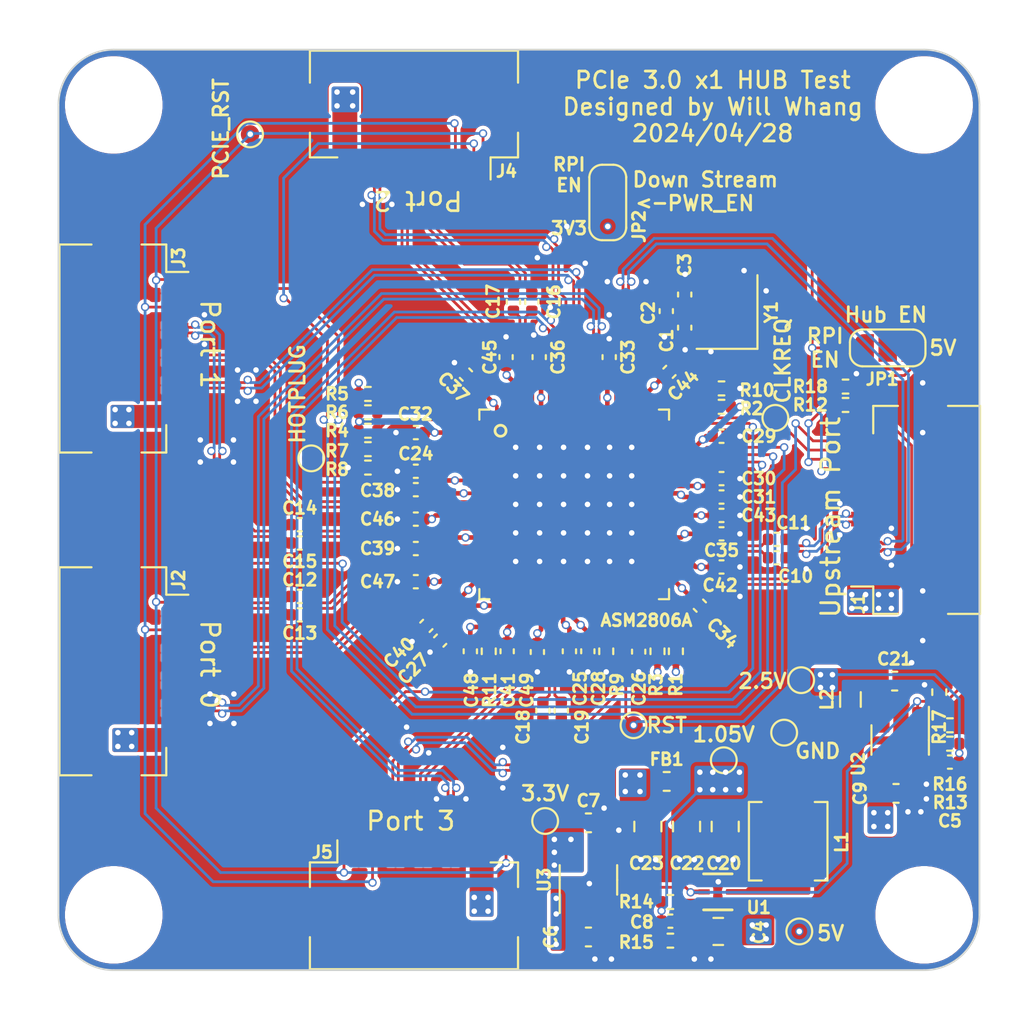
<source format=kicad_pcb>
(kicad_pcb (version 20240108) (generator "pcbnew") (generator_version "8.0")
  (layers (0 "F.Cu" signal) (1 "In1.Cu" signal) (2 "In2.Cu" signal) (31 "B.Cu" signal) (34 "B.Paste" user) (35 "F.Paste" user) (36 "B.SilkS" user "B.Silkscreen") (37 "F.SilkS" user "F.Silkscreen") (38 "B.Mask" user) (39 "F.Mask" user) (44 "Edge.Cuts" user))
  (net 0 "")
  (net 1 "Net-(U4-XI)")
  (net 2 "GND")
  (net 3 "Net-(U4-XO)")
  (net 4 "+5V")
  (net 5 "+3V3")
  (net 6 "Net-(U2-FB)")
  (net 7 "+1V05P")
  (net 8 "+2V5")
  (net 9 "HOST_PCIe_RX_N")
  (net 10 "HOST_PCIe_RX_P")
  (net 11 "P0_PCIe_TX_P")
  (net 12 "P0_PCIe_TX_N")
  (net 13 "P1_PCIe_TX_P")
  (net 14 "P1_PCIe_TX_N")
  (net 15 "P2_PCIe_TX_P")
  (net 16 "P2_PCIe_TX_N")
  (net 17 "P3_PCIe_TX_P")
  (net 18 "P3_PCIe_TX_N")
  (net 19 "+1V05")
  (net 20 "HOST_PCIe_CLK_N")
  (net 21 "HOST_PCIe_CLK_P")
  (net 22 "HOST_PCIe_TX_N")
  (net 23 "HOST_PCIe_TX_P")
  (net 24 "HOST_PCIE_PWR_EN")
  (net 25 "HOST_PCIE_DET_WAKE")
  (net 26 "HOST_PCIe_CLK_REQ")
  (net 27 "HOST_PCIe_RST")
  (net 28 "P0_PCIe_CLK_N")
  (net 29 "P0_PCIe_CLK_P")
  (net 30 "P0_PCIe_RX_N")
  (net 31 "P0_PCIe_RX_P")
  (net 32 "DPE_PCIE_PWR_EN")
  (net 33 "P0_PCIe_CLK_REQ")
  (net 34 "DPE_PCIe_RST")
  (net 35 "P1_PCIe_CLK_N")
  (net 36 "P1_PCIe_CLK_P")
  (net 37 "P1_PCIe_RX_N")
  (net 38 "P1_PCIe_RX_P")
  (net 39 "P1_PCIe_CLK_REQ")
  (net 40 "P2_PCIe_CLK_N")
  (net 41 "P2_PCIe_CLK_P")
  (net 42 "P2_PCIe_RX_N")
  (net 43 "P2_PCIe_RX_P")
  (net 44 "P2_PCIe_CLK_REQ")
  (net 45 "P3_PCIe_CLK_N")
  (net 46 "P3_PCIe_CLK_P")
  (net 47 "P3_PCIe_RX_N")
  (net 48 "P3_PCIe_RX_P")
  (net 49 "P3_PCIe_CLK_REQ")
  (net 50 "Net-(U1-FB)")
  (net 51 "Net-(J1-Pin_13)")
  (net 52 "ASM2806_GPIO1")
  (net 53 "ASM2806_GPIO2")
  (net 54 "ASM2806_GPIO4")
  (net 55 "ASM2806_GPIO6")
  (net 56 "ASM2806_GPIO7")
  (net 57 "ASM2806_GPIO5")
  (net 62 "Net-(U1-SW)")
  (net 63 "Net-(U2-SW)")
  (net 64 "Net-(U4-SPI_SDIO)")
  (net 65 "Net-(U4-SPI_SCK)")
  (net 66 "ASM2806_GPIO3")
  (net 67 "Net-(U4-UART_TX)")
  (net 68 "Net-(U4-REXT)")
  (net 69 "ASM2806_GPIO0")
  (net 70 "Net-(U4-REXT2)")
  (net 71 "Net-(U4-INT_HOTPLUG)")
  (net 75 "/HOSTA_PCIe_RX_N")
  (net 76 "/HOSTA_PCIe_RX_P")
  (net 77 "/P0A_PCIe_TX_P")
  (net 78 "/P0A_PCIe_TX_N")
  (net 79 "/P1A_PCIe_TX_P")
  (net 80 "/P1A_PCIe_TX_N")
  (net 81 "/P2A_PCIe_TX_P")
  (net 82 "/P2A_PCIe_TX_N")
  (net 83 "/P3A_PCIe_TX_P")
  (net 84 "/P3A_PCIe_TX_N")
  (footprint "Resistor_SMD:R_0402_1005Metric" (layer "F.Cu") (at 139.9775 119.2 180)
    (property "Reference" "R7")
    (property "Value" "200K")
  )
  (footprint "TestPoint:TestPoint_Pad_D1.0mm" (layer "F.Cu") (at 159.3 136.1)
    (property "Reference" "TP_3V1" (hide yes))
    (property "Value" "TestPoint")
  )
  (footprint "TestPoint:TestPoint_Pad_D1.0mm" (layer "F.Cu") (at 154.4 134.2)
    (property "Reference" "TP8" (hide yes))
    (property "Value" "TestPoint")
  )
  (footprint "Capacitor_SMD:C_0402_1005Metric" (layer "F.Cu") (at 150.9175 130.18 90)
    (property "Reference" "C25")
    (property "Value" "1uF")
  )
  (footprint "Connector_FFC-FPC:Hirose_FH12-16S-0.5SH_1x16-1MP_P0.50mm_Horizontal" (layer "F.Cu") (at 127.7275 131.266666 -90)
    (property "Reference" "J2")
    (property "Value" "FH12A-16S-0.5SH")
  )
  (footprint "MountingHole:MountingHole_2.5mm" (layer "F.Cu") (at 170.1775 100.5 90)
    (property "Reference" "H2" (hide yes))
    (property "Value" "MountingHole")
  )
  (footprint "Capacitor_SMD:C_0402_1005Metric" (layer "F.Cu") (at 148.8775 111.2 90)
    (property "Reference" "C16")
    (property "Value" "100nF")
  )
  (footprint "Capacitor_SMD:C_0402_1005Metric" (layer "F.Cu") (at 143.9 129.6 45)
    (property "Reference" "C27")
    (property "Value" "1uF")
  )
  (footprint "Capacitor_SMD:C_0402_1005Metric" (layer "F.Cu") (at 149.4775 133.4 -90)
    (property "Reference" "C18")
    (property "Value" "100nF")
  )
  (footprint "Resistor_SMD:R_0402_1005Metric" (layer "F.Cu") (at 165.91 115.8)
    (property "Reference" "R18")
    (property "Value" "6.8K")
  )
  (footprint "Capacitor_SMD:C_0402_1005Metric" (layer "F.Cu") (at 159.1775 121.8 180)
    (property "Reference" "C31")
    (property "Value" "1uF")
  )
  (footprint "Resistor_SMD:R_0402_1005Metric" (layer "F.Cu") (at 155.7 130.18 -90)
    (property "Reference" "R3")
    (property "Value" "200K")
  )
  (footprint "TestPoint:TestPoint_Pad_D1.0mm" (layer "F.Cu") (at 133.5775 102.1)
    (property "Reference" "TP6" (hide yes))
    (property "Value" "TestPoint")
  )
  (footprint "Capacitor_SMD:C_0402_1005Metric" (layer "F.Cu") (at 151.9175 130.18 90)
    (property "Reference" "C28")
    (property "Value" "1uF")
  )
  (footprint "Jumper:SolderJumper-3_P1.3mm_Open_RoundedPad1.0x1.5mm_NumberLabels" (layer "F.Cu") (at 153 105.8 90)
    (property "Reference" "JP2")
    (property "Value" "Jumper_3_Open")
  )
  (footprint "TestPoint:TestPoint_Pad_D1.0mm" (layer "F.Cu") (at 162.1 117.5)
    (property "Reference" "TP5" (hide yes))
    (property "Value" "TestPoint")
  )
  (footprint "Capacitor_SMD:C_0805_2012Metric" (layer "F.Cu") (at 157.2775 139.7 90)
    (property "Reference" "C22")
    (property "Value" "22uF")
  )
  (footprint "footprints:QFN-88_EP_10x10_Pitch0.4mm" (layer "F.Cu") (at 151.1775 122.2)
    (property "Reference" "U4" (hide yes))
    (property "Value" "ASM2806")
  )
  (footprint "Capacitor_SMD:C_0402_1005Metric" (layer "F.Cu") (at 153.0775 114.2 -90)
    (property "Reference" "C33")
    (property "Value" "1uF")
  )
  (footprint "Jumper:SolderJumper-3_P1.3mm_Open_RoundedPad1.0x1.5mm_NumberLabels" (layer "F.Cu") (at 168.2 113.7 180)
    (property "Reference" "JP1")
    (property "Value" "Jumper_3_Open")
  )
  (footprint "footprint:TPS564242DRLR_TEX" (layer "F.Cu") (at 158.9775 143.25 180)
    (property "Reference" "U1")
    (property "Value" "TPS564242DRLR")
  )
  (footprint "Capacitor_SMD:C_0402_1005Metric" (layer "F.Cu") (at 147.8775 111.2 90)
    (property "Reference" "C17")
    (property "Value" "100nF")
  )
  (footprint "Capacitor_SMD:C_0402_1005Metric" (layer "F.Cu") (at 159.1775 125.6 180)
    (property "Reference" "C42")
    (property "Value" "1uF")
  )
  (footprint "Resistor_SMD:R_0402_1005Metric" (layer "F.Cu") (at 146.5375 130.18 90)
    (property "Reference" "R11")
    (property "Value" "12.1K")
  )
  (footprint "Resistor_SMD:R_0402_1005Metric" (layer "F.Cu") (at 159.1775 115.9 180)
    (property "Reference" "R10")
    (property "Value" "12.1K")
  )
  (footprint "Inductor_SMD:L_0603_1608Metric" (layer "F.Cu") (at 156.2 137.25 180)
    (property "Reference" "FB1")
    (property "Value" "100Mhz 220 2A")
  )
  (footprint "Capacitor_SMD:C_0402_1005Metric" (layer "F.Cu") (at 142.5775 123)
    (property "Reference" "C46")
    (property "Value" "1uF")
  )
  (footprint "TestPoint:TestPoint_Pad_D1.0mm" (layer "F.Cu") (at 163.4 145.4)
    (property "Reference" "TP7" (hide yes))
    (property "Value" "TestPoint")
  )
  (footprint "Capacitor_SMD:C_0402_1005Metric" (layer "F.Cu") (at 171.5775 136.2)
    (property "Reference" "C5")
    (property "Value" "100pF")
  )
  (footprint "Capacitor_SMD:C_0805_2012Metric" (layer "F.Cu") (at 159 145.4 180)
    (property "Reference" "C4")
    (property "Value" "10uF")
  )
  (footprint "Capacitor_SMD:C_0402_1005Metric" (layer "F.Cu") (at 157.1775 110.8 90)
    (property "Reference" "C3")
    (property "Value" "18pF")
  )
  (footprint "Capacitor_SMD:C_0402_1005Metric" (layer "F.Cu") (at 142.5775 124.6)
    (property "Reference" "C39")
    (property "Value" "1uF")
  )
  (footprint "Resistor_SMD:R_0402_1005Metric" (layer "F.Cu") (at 171.5775 134.2)
    (property "Reference" "R16")
    (property "Value" "16.5K")
  )
  (footprint "TestPoint:TestPoint_Pad_D1.0mm" (layer "F.Cu") (at 149.6 139.4)
    (property "Reference" "TP3" (hide yes))
    (property "Value" "TestPoint")
  )
  (footprint "Capacitor_SMD:C_0402_1005Metric" (layer "F.Cu") (at 159.1775 118.5 180)
    (property "Reference" "C29")
    (property "Value" "100nF")
  )
  (footprint "Crystal:Crystal_SMD_Abracon_ABM8G-4Pin_3.2x2.5mm" (layer "F.Cu") (at 159.4775 111.75 90)
    (property "Reference" "Y1")
    (property "Value" "25Mhz")
  )
  (footprint "Capacitor_SMD:C_0402_1005Metric" (layer "F.Cu") (at 159.1775 120.8 180)
    (property "Reference" "C30")
    (property "Value" "1uF")
  )
  (footprint "Capacitor_SMD:C_0402_1005Metric" (layer "F.Cu") (at 136.2775 123.3 180)
    (property "Reference" "C14")
    (property "Value" "100nF")
  )
  (footprint "Capacitor_SMD:C_0402_1005Metric" (layer "F.Cu") (at 149.2775 114.2 -90)
    (property "Reference" "C36")
    (property "Value" "1uF")
  )
  (footprint "MountingHole:MountingHole_2.5mm" (layer "F.Cu") (at 126.1775 144.5 -90)
    (property "Reference" "H3" (hide yes))
    (property "Value" "MountingHole")
  )
  (footprint "TestPoint:TestPoint_Pad_D1.0mm" (layer "F.Cu") (at 163.5 131.75)
    (property "Reference" "TP4" (hide yes))
    (property "Value" "TestPoint")
  )
  (footprint "Capacitor_SMD:C_0402_1005Metric" (layer "F.Cu") (at 150.4775 133.4 -90)
    (property "Reference" "C19")
    (property "Value" "100nF")
  )
  (footprint "Capacitor_SMD:C_0402_1005Metric" (layer "F.Cu") (at 142.5775 126.4)
    (property "Reference" "C47")
    (property "Value" "1uF")
  )
  (footprint "TestPoint:TestPoint_Pad_D1.0mm" (layer "F.Cu") (at 162.5775 134.6)
    (property "Reference" "TP1" (hide yes))
    (property "Value" "TestPoint")
  )
  (footprint "Connector_FFC-FPC:Hirose_FH12-16S-0.5SH_1x16-1MP_P0.50mm_Horizontal" (layer "F.Cu") (at 142.4775 142.95)
    (property "Reference" "J5")
    (property "Value" "FH12A-16S-0.5SH")
  )
  (footprint "Connector_FFC-FPC:Hirose_FH12-16S-0.5SH_1x16-1MP_P0.50mm_Horizontal" (layer "F.Cu") (at 142.4775 102.05 180)
    (property "Reference" "J4")
    (property "Value" "FH12A-16S-0.5SH")
  )
  (footprint "Capacitor_SMD:C_0603_1608Metric" (layer "F.Cu") (at 151.95 139.5)
    (property "Reference" "C7")
    (property "Value" "4.7uF")
  )
  (footprint "Resistor_SMD:R_0402_1005Metric" (layer "F.Cu") (at 156.4 143.8)
    (property "Reference" "R14")
    (property "Value" "137K")
  )
  (footprint "Capacitor_SMD:C_0402_1005Metric" (layer "F.Cu") (at 154.6775 130.2 90)
    (property "Reference" "C26")
    (property "Value" "100nF")
  )
  (footprint "Capacitor_SMD:C_0402_1005Metric" (layer "F.Cu") (at 142.5775 121.4)
    (property "Reference" "C38")
    (property "Value" "1uF")
  )
  (footprint "Resistor_SMD:R_0402_1005Metric" (layer "F.Cu") (at 171 132.4 90)
    (property "Reference" "R17")
    (property "Value" "10K")
  )
  (footprint "Resistor_SMD:R_0402_1005Metric" (layer "F.Cu") (at 139.9775 116.2 180)
    (property "Reference" "R5")
    (property "Value" "200K")
  )
  (footprint "Capacitor_SMD:C_0402_1005Metric" (layer "F.Cu") (at 147.4775 114.2 -90)
    (property "Reference" "C45")
    (property "Value" "1uF")
  )
  (footprint "Capacitor_SMD:C_0402_1005Metric" (layer "F.Cu") (at 147.5375 130.18 90)
    (property "Reference" "C41")
    (property "Value" "1uF")
  )
  (footprint "Capacitor_SMD:C_0402_1005Metric" (layer "F.Cu") (at 156.1775 111.7 90)
    (property "Reference" "C2")
    (property "Value" "10pF")
  )
  (footprint "Capacitor_SMD:C_0805_2012Metric" (layer "F.Cu") (at 155.1775 139.7 90)
    (property "Reference" "C23")
    (property "Value" "22uF")
  )
  (footprint "Capacitor_SMD:C_0402_1005Metric" (layer "F.Cu") (at 149.1775 130.22 90)
    (property "Reference" "C49")
    (property "Value" "1uF")
  )
  (footprint "Capacitor_SMD:C_0402_1005Metric" (layer "F.Cu") (at 158 127.7 135)
    (property "Reference" "C34")
    (property "Value" "1uF")
  )
  (footprint "MountingHole:MountingHole_2.5mm" (layer "F.Cu") (at 126.1775 100.5 -90)
    (property "Reference" "H1" (hide yes))
    (property "Value" "MountingHole")
  )
  (footprint "Capacitor_SMD:C_0603_1608Metric" (layer "F.Cu") (at 168.6525 137.9)
    (property "Reference" "C9")
    (property "Value" "4.7uF")
  )
  (footprint "Resistor_SMD:R_0402_1005Metric" (layer "F.Cu") (at 156.7 130.18 -90)
    (property "Reference" "R1")
    (property "Value" "200K")
  )
  (footprint "Resistor_SMD:R_0402_1005Metric" (layer "F.Cu") (at 152.9175 130.18 -90)
    (property "Reference" "R9")
    (property "Value" "1K")
  )
  (footprint "Capacitor_SMD:C_0603_1608Metric" (layer "F.Cu") (at 168.5775 131.8 180)
    (property "Reference" "C21")
    (property "Value" "22uF")
  )
  (footprint "Inductor_SMD:L_0805_2012Metric" (layer "F.Cu") (at 166.1775 132.8 90)
    (property "Reference" "L2")
    (property "Value" "DFE201210U-2R2M=P2")
  )
  (footprint "Capacitor_SMD:C_0603_1608Metric" (layer "F.Cu") (at 151.95 145.7 180)
    (property "Reference" "C6")
    (property "Value" "4.7uF")
  )
  (footprint "Capacitor_SMD:C_0402_1005Metric" (layer "F.Cu") (at 156.4 144.84 180)
    (property "Reference" "C8")
    (property "Value" "100pF")
  )
  (footprint "Resistor_SMD:R_0402_1005Metric" (layer "F.Cu") (at 165.91 116.8 180)
    (property "Reference" "R12")
    (property "Value" "3.6K")
  )
  (footprint "Package_TO_SOT_SMD:SOT-23-5" (layer "F.Cu") (at 168.8775 135 -90)
    (property "Reference" "U2")
    (property "Value" "AP3418KTR-G1")
  )
  (footprint "Connector_FFC-FPC:Hirose_FH12-16S-0.5SH_1x16-1MP_P0.50mm_Horizontal" (layer "F.Cu") (at 168.715 122.5 90)
    (property "Reference" "J1")
    (property "Value" "FH12A-16S-0.5SH")
  )
  (footprint "Capacitor_SMD:C_0402_1005Metric" (layer "F.Cu") (at 142.5775 118.3)
    (property "Reference" "C32")
    (property "Value" "100nF")
  )
  (footprint "Resistor_SMD:R_0402_1005Metric" (layer "F.Cu") (at 159.1775 116.9)
    (property "Reference" "R2")
    (property "Value" "200K")
  )
  (footprint "Capacitor_SMD:C_0402_1005Metric" (layer "F.Cu") (at 136.2775 127.2 180)
    (property "Reference" "C12")
    (property "Value" "100nF")
  )
  (footprint "Capacitor_SMD:C_0402_1005Metric" (layer "F.Cu") (at 136.2775 128.2 180)
    (property "Reference" "C13")
    (property "Value" "100nF")
  )
  (footprint "TestPoint:TestPoint_Pad_D1.0mm" (layer "F.Cu") (at 136.9 119.7)
    (property "Reference" "TP2" (hide yes))
    (property "Value" "TestPoint")
  )
  (footprint "Capacitor_SMD:C_0402_1005Metric" (layer "F.Cu") (at 145.5375 130.18 90)
    (property "Reference" "C48")
    (property "Value" "1uF")
  )
  (footprint "Capacitor_SMD:C_0402_1005Metric" (layer "F.Cu") (at 143.15 128.8 45)
    (property "Reference" "C40")
    (property "Value" "1uF")
  )
  (footprint "Capacitor_SMD:C_0402_1005Metric" (layer "F.Cu") (at 136.2775 124.3 180)
    (property "Reference" "C15")
    (property "Value" "100nF")
  )
  (footprint "Inductor_SMD:L_Vishay_IHLP-1616" (layer "F.Cu") (at 162.7975 140.5 90)
    (property "Reference" "L1")
    (property "Value" "1.5uH")
  )
  (footprint "Resistor_SMD:R_0402_1005Metric" (layer "F.Cu") (at 139.9775 118.2 180)
    (property "Reference" "R4")
    (property "Value" "200K")
  )
  (footprint "Resistor_SMD:R_0402_1005Metric" (layer "F.Cu") (at 156.4 145.9 180)
    (property "Reference" "R15")
    (property "Value" "30K")
  )
  (footprint "Capacitor_SMD:C_0402_1005Metric" (layer "F.Cu") (at 162.1775 124.1)
    (property "Reference" "C11")
    (property "Value" "100nF")
  )
  (footprint "Capacitor_SMD:C_0805_2012Metric" (layer "F.Cu") (at 159.3775 139.7 -90)
    (property "Reference" "C20")
    (property "Value" "22uF")
  )
  (footprint "Connector_FFC-FPC:Hirose_FH12-16S-0.5SH_1x16-1MP_P0.50mm_Horizontal" (layer "F.Cu") (at 127.7275 113.733333 -90)
    (property "Reference" "J3")
    (property "Value" "FH12A-16S-0.5SH")
  )
  (footprint "Capacitor_SMD:C_0402_1005Metric" (layer "F.Cu") (at 157.1775 112.6 -90)
    (property "Reference" "C1")
    (property "Value" "18pF")
  )
  (footprint "Resistor_SMD:R_0402_1005Metric" (layer "F.Cu") (at 139.9775 120.2 180)
    (property "Reference" "R8")
    (property "Value" "1K")
  )
  (footprint "Capacitor_SMD:C_0402_1005Metric" (layer "F.Cu") (at 159.1775 122.8 180)
    (property "Reference" "C43")
    (property "Value" "1uF")
  )
  (footprint "Capacitor_SMD:C_0402_1005Metric" (layer "F.Cu") (at 145.3 115.15 -45)
    (property "Reference" "C37")
    (property "Value" "1uF")
  )
  (footprint "Resistor_SMD:R_0402_1005Metric" (layer "F.Cu") (at 171.5775 135.2 180)
    (property "Reference" "R13")
    (property "Value" "13.7K")
  )
  (footprint "Capacitor_SMD:C_0402_1005Metric" (layer "F.Cu") (at 142.5775 120.4)
    (property "Reference" "C24")
    (property "Value" "1uF")
  )
  (footprint "Package_TO_SOT_SMD:SOT-23-5" (layer "F.Cu") (at 151.95 142.6 90)
    (property "Reference" "U3")
    (property "Value" "LP5907MFX-3.3")
  )
  (footprint "MountingHole:MountingHole_2.5mm" (layer "F.Cu") (at 170.1775 144.5 90)
    (property "Reference" "H4" (hide yes))
    (property "Value" "MountingHole")
  )
  (footprint "Capacitor_SMD:C_0402_1005Metric" (layer "F.Cu") (at 159.1775 123.8 180)
    (property "Reference" "C35")
    (property "Value" "1uF")
  )
  (footprint "Resistor_SMD:R_0402_1005Metric" (layer "F.Cu") (at 139.9775 117.2 180)
    (property "Reference" "R6")
    (property "Value" "200K")
  )
  (footprint "Capacitor_SMD:C_0402_1005Metric" (layer "F.Cu") (at 156.35 115 -135)
    (property "Reference" "C44")
    (property "Value" "1uF")
  )
  (footprint "Capacitor_SMD:C_0402_1005Metric" (layer "F.Cu") (at 162.1775 125.1)
    (property "Reference" "C10")
    (property "Value" "100nF")
  )
  (gr_line (start 126.1775 147.5) (end 170.1775 147.5) (stroke (width 0.1)) (layer "Edge.Cuts"))
  (gr_arc (start 126.1775 147.5) (mid 124.05618 146.62132) (end 123.1775 144.5) (stroke (width 0.1)) (layer "Edge.Cuts"))
  (gr_line (start 123.1775 100.5) (end 123.1775 144.5) (stroke (width 0.1)) (layer "Edge.Cuts"))
  (gr_arc (start 173.1775 144.5) (mid 172.29882 146.62132) (end 170.1775 147.5) (stroke (width 0.1)) (layer "Edge.Cuts"))
  (gr_arc (start 123.1775 100.5) (mid 124.05618 98.37868) (end 126.1775 97.5) (stroke (width 0.1)) (layer "Edge.Cuts"))
  (gr_line (start 170.1775 97.5) (end 126.1775 97.5) (stroke (width 0.1)) (layer "Edge.Cuts"))
  (gr_line (start 173.1775 144.5) (end 173.1775 100.5) (stroke (width 0.1)) (layer "Edge.Cuts"))
  (gr_arc (start 170.1775 97.5) (mid 172.29882 98.37868) (end 173.1775 100.5) (stroke (width 0.1)) (layer "Edge.Cuts"))
  (gr_text "PCIE_RST" (at 132 101.8 90) (layer "F.SilkS") (effects (font (size 0.8 0.8))))
  (gr_text "3V3" (at 150.9 107.2 0) (layer "F.SilkS") (effects (font (size 0.7 0.7))))
  (gr_text "<-" (at 155.4 105.8 0) (layer "F.SilkS") (effects (font (size 0.7 0.7))))
  (gr_text "HOTPLUG" (at 136.15 116.2 90) (layer "F.SilkS") (effects (font (size 0.8 0.8))))
  (gr_text "RPI\nEN" (at 164.8 113.7 0) (layer "F.SilkS") (effects (font (size 0.8 0.8))))
  (gr_text "Port 0" (at 131.4 130.9 270) (layer "F.SilkS") (effects (font (size 1 1))))
  (gr_text "ASM2806A" (at 155.1 128.5 0) (layer "F.SilkS") (effects (font (size 0.65 0.65))))
  (gr_text "RST" (at 156.2 134.2 0) (layer "F.SilkS") (effects (font (size 0.8 0.8))))
  (gr_text "RPI\nEN" (at 150.9 104.3 0) (layer "F.SilkS") (effects (font (size 0.7 0.7))))
  (gr_text "2.5V" (at 161.4 131.8 0) (layer "F.SilkS") (effects (font (size 0.8 0.8))))
  (gr_text "Port 1" (at 131.4 113.5 270) (layer "F.SilkS") (effects (font (size 1 1))))
  (gr_text "PCIe 3.0 x1 HUB Test\nDesigned by Will Whang\n2024/04/28" (at 158.7 100.6 0) (layer "F.SilkS") (effects (font (size 0.9 0.9))))
  (gr_text "CLKREQ" (at 162.5 114.4 90) (layer "F.SilkS") (effects (font (size 0.8 0.8))))
  (gr_text "Down Stream \nPWR_EN" (at 158.6 105.2 0) (layer "F.SilkS") (effects (font (size 0.8 0.8))))
  (gr_text "3.3V" (at 149.6 137.9 0) (layer "F.SilkS") (effects (font (size 0.8 0.8))))
  (gr_text "GND" (at 164.4 135.6 0) (layer "F.SilkS") (effects (font (size 0.8 0.8))))
  (gr_text "Port 2" (at 142.7 105.7 180) (layer "F.SilkS") (effects (font (size 1 1))))
  (gr_text "Port 3" (at 142.3 139.4 0) (layer "F.SilkS") (effects (font (size 1 1))))
  (gr_text "5V" (at 171.2 113.7 0) (layer "F.SilkS") (effects (font (size 0.8 0.8))))
  (gr_text "1.05V" (at 159.3 134.7 0) (layer "F.SilkS") (effects (font (size 0.8 0.8))))
  (gr_text "Hub EN" (at 168.1 111.9 0) (layer "F.SilkS") (effects (font (size 0.8 0.8))))
  (gr_text "5V" (at 165.1 145.5 0) (layer "F.SilkS") (effects (font (size 0.8 0.8))))
  (gr_text "Upstream Port" (at 165.1 122.9 90) (layer "F.SilkS") (effects (font (size 1 1))))
  (segment (start 159.5 111.9) (end 160.3275 112.7275) (width 0.15) (layer "F.Cu") (net 1))
  (segment (start 155.2775 115.2225) (end 155.2775 112.3) (width 0.15) (layer "F.Cu") (net 1))
  (segment (start 154.5775 117.265) (end 154.5775 115.9225) (width 0.15) (layer "F.Cu") (net 1))
  (segment (start 160.3275 112.7275) (end 160.3275 112.85) (width 0.15) (layer "F.Cu") (net 1))
  (segment (start 154.5775 115.9225) (end 155.2775 115.2225) (width 0.15) (layer "F.Cu") (net 1))
  (segment (start 155.2775 112.3) (end 155.6775 111.9) (width 0.15) (layer "F.Cu") (net 1))
  (segment (start 155.6775 111.9) (end 159.5 111.9) (width 0.15) (layer "F.Cu") (net 1))
  (segment (start 154.45 120.8) (end 154.3 120.65) (width 0.2) (layer "F.Cu") (net 2))
  (segment (start 156.0775 120.8) (end 154.45 120.8) (width 0.2) (layer "F.Cu") (net 2))
  (via (at 170.1 118.3) (size 0.45) (drill 0.3) (layers "F.Cu" "B.Cu") (net 2))
  (via (at 133.9 114.9) (size 0.45) (drill 0.3) (layers "F.Cu" "B.Cu") (net 2))
  (via (at 145.3 138.2) (size 0.45) (drill 0.3) (layers "F.Cu" "B.Cu") (net 2))
  (via (at 143.2775 135.7) (size 0.45) (drill 0.3) (layers "F.Cu" "B.Cu") (net 2))
  (via (at 139.6775 105.9) (size 0.45) (drill 0.3) (layers "F.Cu" "B.Cu") (net 2))
  (via (at 165.6 123.86) (size 0.45) (drill 0.3) (layers "F.Cu" "B.Cu") (net 2))
  (via (at 160.4 109.5) (size 0.45) (drill 0.3) (layers "F.Cu" "B.Cu") (net 2))
  (via (at 170.1 126.9) (size 0.45) (drill 0.3) (layers "F.Cu" "B.Cu") (net 2))
  (via (at 144.675 114.5) (size 0.45) (drill 0.3) (layers "F.Cu" "B.Cu") (net 2))
  (via (at 132.9 114.9) (size 0.45) (drill 0.3) (layers "F.Cu" "B.Cu") (net 2))
  (via (at 154.3 120.65) (size 0.45) (drill 0.3) (layers "F.Cu" "B.Cu") (net 2))
  (via (at 170.2 132) (size 0.45) (drill 0.3) (layers "F.Cu" "B.Cu") (net 2))
  (via (at 156.0775 113.1) (size 0.45) (drill 0.3) (layers "F.Cu" "B.Cu") (net 2))
  (via (at 166.5 115.1) (size 0.45) (drill 0.3) (layers "F.Cu" "B.Cu") (net 2))
  (via (at 143.35 130.225) (size 0.45) (drill 0.3) (layers "F.Cu" "B.Cu") (net 2))
  (via (at 168.4 123.5) (size 0.45) (drill 0.3) (layers "F.Cu" "B.Cu") (net 2))
  (via (at 141.5775 126.4) (size 0.45) (drill 0.3) (layers "F.Cu" "B.Cu") (net 2))
  (via (at 141.2775 105.9) (size 0.45) (drill 0.3) (layers "F.Cu" "B.Cu") (net 2))
  (via (at 133.9 116.6) (size 0.45) (drill 0.3) (layers "F.Cu" "B.Cu") (net 2))
  (via (at 152.8 138.7) (size 0.45) (drill 0.3) (layers "F.Cu" "B.Cu") (net 2))
  (via (at 150.6 120.65) (size 0.45) (drill 0.3) (layers "F.Cu" "B.Cu") (net 2))
  (via (at 150.6 125.3) (size 0.45) (drill 0.3) (layers "F.Cu" "B.Cu") (net 2))
  (via (at 147.4775 113.1) (size 0.45) (drill 0.3) (layers "F.Cu" "B.Cu") (net 2))
  (via (at 158.6 113.9) (size 0.45) (drill 0.3) (layers "F.Cu" "B.Cu") (net 2))
  (via (at 153.1 120.65) (size 0.45) (drill 0.3) (layers "F.Cu" "B.Cu") (net 2))
  (via (at 159 141.5) (size 0.45) (drill 0.3) (layers "F.Cu" "B.Cu") (net 2))
  (via (at 149.1775 108.8) (size 0.45) (drill 0.3) (layers "F.Cu" "B.Cu") (net 2))
  (via (at 151.7775 109.1) (size 0.45) (drill 0.3) (layers "F.Cu" "B.Cu") (net 2))
  (via (at 145.5375 131.3) (size 0.45) (drill 0.3) (layers "F.Cu" "B.Cu") (net 2))
  (via (at 141.5775 124.6) (size 0.45) (drill 0.3) (layers "F.Cu" "B.Cu") (net 2))
  (via (at 159 142.7) (size 0.45) (drill 0.3) (layers "F.Cu" "B.Cu") (net 2))
  (via (at 149.8775 111.5) (size 0.45) (drill 0.3) (layers "F.Cu" "B.Cu") (net 2))
  (via (at 170.1 129.6) (size 0.45) (drill 0.3) (layers "F.Cu" "B.Cu") (net 2))
  (via (at 141.5775 121.4) (size 0.45) (drill 0.3) (layers "F.Cu" "B.Cu") (net 2))
  (via (at 156.9 141.5) (size 0.45) (drill 0.3) (layers "F.Cu" "B.Cu") (net 2))
  (via (at 157.2 113.8) (size 0.45) (drill 0.3) (layers "F.Cu" "B.Cu") (net 2))
  (via (at 160.1775 118.5) (size 0.45) (drill 0.3) (layers "F.Cu" "B.Cu") (net 2))
  (via (at 152.9175 131.3) (size 0.45) (drill 0.3) (layers "F.Cu" "B.Cu") (net 2))
  (via (at 138.9 120.2) (size 0.45) (drill 0.3) (layers "F.Cu" "B.Cu") (net 2))
  (via (at 149.1775 131.3) (size 0.45) (drill 0.3) (layers "F.Cu" "B.Cu") (net 2))
  (via (at 148 125.3) (size 0.45) (drill 0.3) (layers "F.Cu" "B.Cu") (net 2))
  (via (at 132.6775 118.7) (size 0.45) (drill 0.3) (layers "F.Cu" "B.Cu") (net 2))
  (via (at 150.7775 107.1) (size 0.45) (drill 0.3) (layers "F.Cu" "B.Cu") (net 2))
  (via (at 130.8775 118.7) (size 0.45) (drill 0.3) (layers "F.Cu" "B.Cu") (net 2))
  (via (at 168.4 125.5) (size 0.45) (drill 0.3) (layers "F.Cu" "B.Cu") (net 2))
  (via (at 132.6775 119.9) (size 0.45) (drill 0.3) (layers "F.Cu" "B.Cu") (net 2))
  (via (at 151.9 122.2) (size 0.45) (drill 0.3) (layers "F.Cu" "B.Cu") (net 2))
  (via (at 170.3 138.2) (size 0.45) (drill 0.3) (layers "F.Cu" "B.Cu") (net 2))
  (via (at 154.3 119.1) (size 0.45) (drill 0.3) (layers "F.Cu" "B.Cu") (net 2))
  (via (at 132.7 132.5) (size 0.45) (drill 0.3) (layers "F.Cu" "B.Cu") (net 2))
  (via (at 131.4 132.5) (size 0.45) (drill 0.3) (layers "F.Cu" "B.Cu") (net 2))
  (via (at 155.0775 110.1) (size 0.45) (drill 0.3) (layers "F.Cu" "B.Cu") (net 2))
  (via (at 150.6 122.2) (size 0.45) (drill 0.3) (layers "F.Cu" "B.Cu") (net 2))
  (via (at 160.1775 123.8) (size 0.45) (drill 0.3) (layers "F.Cu" "B.Cu") (net 2))
  (via (at 151.9 120.65) (size 0.45) (drill 0.3) (layers "F.Cu" "B.Cu") (net 2))
  (via (at 148 119.1) (size 0.45) (drill 0.3) (layers "F.Cu" "B.Cu") (net 2))
  (via (at 154.3 123.75) (size 0.45) (drill 0.3) (layers "F.Cu" "B.Cu") (net 2))
  (via (at 150.9175 131.3) (size 0.45) (drill 0.3) (layers "F.Cu" "B.Cu") (net 2))
  (via (at 131.1 113.5) (size 0.45) (drill 0.3) (layers "F.Cu" "B.Cu") (net 2))
  (via (at 152.9775 110.1) (size 0.45) (drill 0.3) (layers "F.Cu" "B.Cu") (net 2))
  (via (at 131.4 134.1) (size 0.45) (drill 0.3) (layers "F.Cu" "B.Cu") (net 2))
  (via (at 163.7775 125.7) (size 0.45) (drill 0.3) (layers "F.Cu" "B.Cu") (net 2))
  (via (at 170.1 115.6) (size 0.45) (drill 0.3) (layers "F.Cu" "B.Cu") (net 2))
  (via (at 154.8 141.5) (size 0.45) (drill 0.3) (layers "F.Cu" "B.Cu") (net 2))
  (via (at 131.1 111.9) (size 0.45) (drill 0.3) (layers "F.Cu" "B.Cu") (net 2))
  (via (at 157.2 109.7) (size 0.45) (drill 0.3) (layers "F.Cu" "B.Cu") (net 2))
  (via (at 161.6 110.6) (size 0.45) (drill 0.3) (layers "F.Cu" "B.Cu") (net 2))
  (via (at 157.7 146.9) (size 0.45) (drill 0.3) (layers "F.Cu" "B.Cu") (net 2))
  (via (at 153.6 139.9) (size 0.45) (drill 0.3) (layers "F.Cu" "B.Cu") (net 2))
  (via (at 147.3 137.6) (size 0.45) (drill 0.3) (layers "F.Cu" "B.Cu") (net 2))
  (via (at 152.3 146.9) (size 0.45) (drill 0.3) (layers "F.Cu" "B.Cu") (net 2))
  (via (at 154.6775 131.3) (size 0.45) (drill 0.3) (layers "F.Cu" "B.Cu") (net 2))
  (via (at 163.7775 123.5) (size 0.45) (drill 0.3) (layers "F.Cu" "B.Cu") (net 2))
  (via (at 165.6 122.15) (size 0.45) (drill 0.3) (layers "F.Cu" "B.Cu") (net 2))
  (via (at 150.6 123.75) (size 0.45) (drill 0.3) (layers "F.Cu" "B.Cu") (net 2))
  (via (at 151.9 119.1) (size 0.45) (drill 0.3) (layers "F.Cu" "B.Cu") (net 2))
  (via (at 170.3 137.4) (size 0.45) (drill 0.3) (layers "F.Cu" "B.Cu") (net 2))
  (via (at 130.8775 119.9) (size 0.45) (drill 0.3) (layers "F.Cu" "B.Cu") (net 2))
  (via (at 141.5775 120.4) (size 0.45) (drill 0.3) (layers "F.Cu" "B.Cu") (net 2))
  (via (at 142.0775 134.3) (size 0.45) (drill 0.3) (layers "F.Cu" "B.Cu") (net 2))
  (via (at 154.3 122.2) (size 0.45) (drill 0.3) (layers "F.Cu" "B.Cu") (net 2))
  (via (at 160.1775 120.8) (size 0.45) (drill 0.3) (layers "F.Cu" "B.Cu") (net 2))
  (via (at 153.2 146.9) (size 0.45) (drill 0.3) (layers "F.Cu" "B.Cu") (net 2))
  (via (at 148.9775 113) (size 0.45) (drill 0.3) (layers "F.Cu" "B.Cu") (net 2))
  (via (at 142.375 129.65) (size 0.45) (drill 0.3) (layers "F.Cu" "B.Cu") (net 2))
  (via (at 151.9175 131.3) (size 0.45) (drill 0.3) (layers "F.Cu" "B.Cu") (net 2))
  (via (at 151.9 123.75) (size 0.45) (drill 0.3) (layers "F.Cu" "B.Cu") (net 2))
  (via (at 153.1 122.2) (size 0.45) (drill 0.3) (layers "F.Cu" "B.Cu") (net 2))
  (via (at 157.7 141.5) (size 0.45) (drill 0.3) (layers "F.Cu" "B.Cu") (net 2))
  (via (at 155.6 141.5) (size 0.45) (drill 0.3) (layers "F.Cu" "B.Cu") (net 2))
  (via (at 169.5 130.8) (size 0.45) (drill 0.3) (layers "F.Cu" "B.Cu") (net 2))
  (via (at 149.3 123.75) (size 0.45) (drill 0.3) (layers "F.Cu" "B.Cu") (net 2))
  (via (at 141.5775 123) (size 0.45) (drill 0.3) (layers "F.Cu" "B.Cu") (net 2))
  (via (at 160.1775 121.8) (size 0.45) (drill 0.3) (layers "F.Cu" "B.Cu") (net 2))
  (via (at 160.1775 127.2) (size 0.45) (drill 0.3) (layers "F.Cu" "B.Cu") (net 2))
  (via (at 151.9 125.3) (size 0.45) (drill 0.3) (layers "F.Cu" "B.Cu") (net 2))
  (via (at 143.7 138.2) (size 0.45) (drill 0.3) (layers "F.Cu" "B.Cu") (net 2))
  (via (at 160.1775 122.8) (size 0.45) (drill 0.3) (layers "F.Cu" "B.Cu") (net 2))
  (via (at 153.0775 113.2) (size 0.45) (drill 0.3) (layers "F.Cu" "B.Cu") (net 2))
  (via (at 149.3 120.65) (size 0.45) (drill 0.3) (layers "F.Cu" "B.Cu") (net 2))
  (via (at 147.3 135.4) (size 0.45) (drill 0.3) (layers "F.Cu" "B.Cu") (net 2))
  (via (at 141.5 118.3) (size 0.45) (drill 0.3) (layers "F.Cu" "B.Cu") (net 2))
  (via (at 148 120.65) (size 0.45) (drill 0.3) (layers "F.Cu" "B.Cu") (net 2))
  (via (at 149.3 125.3) (size 0.45) (drill 0.3) (layers "F.Cu" "B.Cu") (net 2))
  (via (at 159.8 141.5) (size 0.45) (drill 0.3) (layers "F.Cu" "B.Cu") (net 2))
  (via (at 148 123.75) (size 0.45) (drill 0.3) (layers "F.Cu" "B.Cu") (net 2))
  (via (at 153.0775 111.9) (size 0.45) (drill 0.3) (layers "F.Cu" "B.Cu") (net 2))
  (via (at 132.9 116.6) (size 0.45) (drill 0.3) (layers "F.Cu" "B.Cu") (net 2))
  (via (at 152 142.8) (size 0.45) (drill 0.3) (layers "F.Cu" "B.Cu") (net 2))
  (via (at 148 122.2) (size 0.45) (drill 0.3) (layers "F.Cu" "B.Cu") (net 2))
  (via (at 149.3 119.1) (size 0.45) (drill 0.3) (layers "F.Cu" "B.Cu") (net 2))
  (via (at 160.1775 115.9) (size 0.45) (drill 0.3) (layers "F.Cu" "B.Cu") (net 2))
  (via (at 150.6 119.1) (size 0.45) (drill 0.3) (layers "F.Cu" "B.Cu") (net 2))
  (via (at 153.1 125.3) (size 0.45) (drill 0.3) (layers "F.Cu" "B.Cu") (net 2))
  (via (at 153.1 119.1) (size 0.45) (drill 0.3) (layers "F.Cu" "B.Cu") (net 2))
  (via (at 132.7 134.1) (size 0.45) (drill 0.3) (layers "F.Cu" "B.Cu") (net 2))
  (via (at 160.1775 125.6) (size 0.45) (drill 0.3) (layers "F.Cu" "B.Cu") (net 2))
  (via (at 170 138.9) (size 0.45) (drill 0.3) (layers "F.Cu" "B.Cu") (net 2))
  (via (at 154.3 125.3) (size 0.45) (drill 0.3) (layers "F.Cu" "B.Cu") (net 2))
  (via (at 158.6 146.9) (size 0.45) (drill 0.3) (layers "F.Cu" "B.Cu") (net 2))
  (via (at 153.1 123.75) (size 0.45) (drill 0.3) (layers "F.Cu" "B.Cu") (net 2))
  (via (at 149.3 122.2) (size 0.45) (drill 0.3) (layers "F.Cu" "B.Cu") (net 2))
  (via (at 169.3 138.9) (size 0.45) (drill 0.3) (layers "F.Cu" "B.Cu") (net 2))
  (segment (start 154.9 111.9) (end 154.9 115) (width 0.15) (layer "F.Cu") (net 3))
  (segment (start 154.1775 115.7225) (end 154.1775 117.265) (width 0.15) (layer "F.Cu") (net 3))
  (segment (start 154.9 115) (end 154.1775 115.7225) (width 0.15) (layer "F.Cu") (net 3))
  (segment (start 158.6275 110.65) (end 157.7775 111.5) (width 0.15) (layer "F.Cu") (net 3))
  (segment (start 157.7775 111.5) (end 155.3 111.5) (width 0.15) (layer "F.Cu") (net 3))
  (segment (start 155.3 111.5) (end 154.9 111.9) (width 0.15) (layer "F.Cu") (net 3))
  (segment (start 169.5 119) (end 169.5 126) (width 0.15) (layer "F.Cu") (net 4))
  (segment (start 169.1 115.2) (end 169.5 114.8) (width 0.15) (layer "F.Cu") (net 4))
  (segment (start 167.3 116.8) (end 167.3 116.1) (width 0.15) (layer "F.Cu") (net 4))
  (segment (start 166.42 116.8) (end 167.3 116.8) (width 0.15) (layer "F.Cu") (net 4))
  (segment (start 169.5 126) (end 168.3 127.2) (width 0.15) (layer "F.Cu") (net 4))
  (segment (start 167.3 116.8) (end 169.5 119) (width 0.15) (layer "F.Cu") (net 4))
  (segment (start 169.5 114.8) (end 169.5 113.7) (width 0.15) (layer "F.Cu") (net 4))
  (segment (start 168.2 115.2) (end 169.1 115.2) (width 0.15) (layer "F.Cu") (net 4))
  (segment (start 167.3 116.1) (end 168.2 115.2) (width 0.15) (layer "F.Cu") (net 4))
  (via (at 160.85 145.05) (size 0.45) (drill 0.3) (layers "F.Cu" "B.Cu") (net 4))
  (via (at 145.75 144.3) (size 0.45) (drill 0.3) (layers "F.Cu" "B.Cu") (net 4))
  (via (at 145.75 143.55) (size 0.45) (drill 0.3) (layers "F.Cu" "B.Cu") (net 4))
  (via (at 167.45 139.7) (size 0.45) (drill 0.3) (layers "F.Cu" "B.Cu") (net 4))
  (via (at 126.4 134.6) (size 0.45) (drill 0.3) (layers "F.Cu" "B.Cu") (net 4))
  (via (at 139.15 99.8) (size 0.45) (drill 0.3) (layers "F.Cu" "B.Cu") (net 4))
  (via (at 127.15 134.6) (size 0.45) (drill 0.3) (layers "F.Cu" "B.Cu") (net 4))
  (via (at 166.25 127.1) (size 0.45) (drill 0.3) (layers "F.Cu" "B.Cu") (net 4))
  (via (at 126.25 117.8) (size 0.45) (drill 0.3) (layers "F.Cu" "B.Cu") (net 4))
  (via (at 167 127.85) (size 0.45) (drill 0.3) (layers "F.Cu" "B.Cu") (net 4))
  (via (at 127 117.05) (size 0.45) (drill 0.3) (layers "F.Cu" "B.Cu") (net 4))
  (via (at 168.2 138.95) (size 0.45) (drill 0.3) (layers "F.Cu" "B.Cu") (net 4))
  (via (at 161.6 145.8) (size 0.45) (drill 0.3) (layers "F.Cu" "B.Cu") (net 4))
  (via (at 138.3 100.55) (size 0.45) (drill 0.3) (layers "F.Cu" "B.Cu") (net 4))
  (via (at 127 117.8) (size 0.45) (drill 0.3) (layers "F.Cu" "B.Cu") (net 4))
  (via (at 150.2 145.25) (size 0.45) (drill 0.3) (layers "F.Cu" "B.Cu") (net 4))
  (via (at 150.2 143.6) (size 0.45) (drill 0.3) (layers "F.Cu" "B.Cu") (net 4))
  (via (at 163.4 145.4) (size 0.45) (drill 0.3) (layers "F.Cu" "B.Cu") (net 4))
  (via (at 160.85 145.8) (size 0.45) (drill 0.3) (layers "F.Cu" "B.Cu") (net 4))
  (via (at 167.45 138.95) (size 0.45) (drill 0.3) (layers "F.Cu" "B.Cu") (net 4))
  (via (at 126.4 135.35) (size 0.45) (drill 0.3) (layers "F.Cu" "B.Cu") (net 4))
  (via (at 150.2 144.45) (size 0.45) (drill 0.3) (layers "F.Cu" "B.Cu") (net 4))
  (via (at 138.3 99.8) (size 0.45) (drill 0.3) (layers "F.Cu" "B.Cu") (net 4))
  (via (at 168.2 139.7) (size 0.45) (drill 0.3) (layers "F.Cu" "B.Cu") (net 4))
  (via (at 167.7 127.85) (size 0.45) (drill 0.3) (layers "F.Cu" "B.Cu") (net 4))
  (via (at 168.4 127.1) (size 0.45) (drill 0.3) (layers "F.Cu" "B.Cu") (net 4))
  (via (at 146.5 144.3) (size 0.45) (drill 0.3) (layers "F.Cu" "B.Cu") (net 4))
  (via (at 146.5 143.55) (size 0.45) (drill 0.3) (layers "F.Cu" "B.Cu") (net 4))
  (via (at 168.4 127.85) (size 0.45) (drill 0.3) (layers "F.Cu" "B.Cu") (net 4))
  (via (at 139.15 100.55) (size 0.45) (drill 0.3) (layers "F.Cu" "B.Cu") (net 4))
  (via (at 166.25 127.85) (size 0.45) (drill 0.3) (layers "F.Cu" "B.Cu") (net 4))
  (via (at 150.2 146.1) (size 0.45) (drill 0.3) (layers "F.Cu" "B.Cu") (net 4))
  (via (at 126.25 117.05) (size 0.45) (drill 0.3) (layers "F.Cu" "B.Cu") (net 4))
  (via (at 167.7 127.1) (size 0.45) (drill 0.3) (layers "F.Cu" "B.Cu") (net 4))
  (via (at 127.15 135.35) (size 0.45) (drill 0.3) (layers "F.Cu" "B.Cu") (net 4))
  (via (at 167 127.1) (size 0.45) (drill 0.3) (layers "F.Cu" "B.Cu") (net 4))
  (via (at 161.6 145.05) (size 0.45) (drill 0.3) (layers "F.Cu" "B.Cu") (net 4))
  (segment (start 158.3375 118.5) (end 158.6975 118.5) (width 0.25) (layer "F.Cu") (net 5))
  (segment (start 153.3775 127.91) (end 153.3775 127.5275) (width 0.25) (layer "F.Cu") (net 5))
  (segment (start 159.6875 116.9) (end 160.1775 116.9) (width 0.25) (layer "F.Cu") (net 5))
  (segment (start 139.4775 115.6) (end 139.4775 119.19) (width 0.25) (layer "F.Cu") (net 5))
  (segment (start 143.6 118.3) (end 143.0575 118.3) (width 0.25) (layer "F.Cu") (net 5))
  (segment (start 156.7 130.69) (end 156.7 131.3) (width 0.35) (layer "F.Cu") (net 5))
  (segment (start 154.6575 129.19) (end 154.6575 129.7) (width 0.25) (layer "F.Cu") (net 5))
  (segment (start 156.0775 119.2) (end 156.55 119.2) (width 0.2) (layer "F.Cu") (net 5))
  (segment (start 156.7 130.69) (end 155.6475 130.69) (width 0.35) (layer "F.Cu") (net 5))
  (segment (start 155.6475 130.69) (end 154.6775 129.72) (width 0.35) (layer "F.Cu") (net 5))
  (segment (start 153.8225 128.355) (end 153.3775 127.91) (width 0.25) (layer "F.Cu") (net 5))
  (segment (start 146.2775 119.2) (end 145.9 119.2) (width 0.2) (layer "F.Cu") (net 5))
  (segment (start 153.3775 127.1) (end 153.3775 127.5275) (width 0.2) (layer "F.Cu") (net 5))
  (segment (start 157.6375 119.2) (end 156.55 119.2) (width 0.25) (layer "F.Cu") (net 5))
  (segment (start 158.1575 118.68) (end 158.3375 118.5) (width 0.25) (layer "F.Cu") (net 5))
  (segment (start 153.8225 128.355) (end 154.6575 129.19) (width 0.25) (layer "F.Cu") (net 5))
  (segment (start 155.7 131.3) (end 155.7 130.69) (width 0.35) (layer "F.Cu") (net 5))
  (segment (start 144.4 118.3) (end 145.3 119.2) (width 0.25) (layer "F.Cu") (net 5))
  (segment (start 145.3 119.2) (end 145.9 119.2) (width 0.25) (layer "F.Cu") (net 5))
  (segment (start 158.1575 118.68) (end 157.6375 119.2) (width 0.25) (layer "F.Cu") (net 5))
  (segment (start 139.4775 119.19) (end 139.4675 119.2) (width 0.25) (layer "F.Cu") (net 5))
  (segment (start 143.6 118.3) (end 144.4 118.3) (width 0.25) (layer "F.Cu") (net 5))
  (via (at 158.1575 118.68) (size 0.45) (drill 0.3) (layers "F.Cu" "B.Cu") (net 5))
  (via (at 151 140.4) (size 0.45) (drill 0.3) (layers "F.Cu" "B.Cu") (net 5))
  (via (at 150.1 141.8) (size 0.45) (drill 0.3) (layers "F.Cu" "B.Cu") (net 5))
  (via (at 143.6 118.3) (size 0.45) (drill 0.3) (layers "F.Cu" "B.Cu") (net 5))
  (via (at 139.5 117.7) (size 0.45) (drill 0.3) (layers "F.Cu" "B.Cu") (net 5))
  (via (at 139.4775 115.6) (size 0.45) (drill 0.3) (layers "F.Cu" "B.Cu") (net 5))
  (via (at 150.1 140.4) (size 0.45) (drill 0.3) (layers "F.Cu" "B.Cu") (net 5))
  (via (at 150.1 141.1) (size 0.45) (drill 0.3) (layers "F.Cu" "B.Cu") (net 5))
  (via (at 153 107.1) (size 0.45) (drill 0.3) (layers "F.Cu" "B.Cu") (net 5))
  (via (at 156.7 131.3) (size 0.45) (drill 0.3) (layers "F.Cu" "B.Cu") (net 5))
  (via (at 160.1775 116.9) (size 0.45) (drill 0.3) (layers "F.Cu" "B.Cu") (net 5))
  (via (at 155.7 131.3) (size 0.45) (drill 0.3) (layers "F.Cu" "B.Cu") (net 5))
  (segment (start 143 117.7) (end 143.6 118.3) (width 0.35) (layer "B.Cu") (net 5))
  (segment (start 158.1575 118.68) (end 158.32 118.68) (width 0.35) (layer "B.Cu") (net 5))
  (segment (start 139.5 117.7) (end 143 117.7) (width 0.35) (layer "B.Cu") (net 5))
  (segment (start 158.32 118.68) (end 160.1 116.9) (width 0.35) (layer "B.Cu") (net 5))
  (segment (start 160.1 116.9) (end 160.1775 116.9) (width 0.35) (layer "B.Cu") (net 5))
  (segment (start 169.8275 136.1375) (end 171.035 136.1375) (width 0.15) (layer "F.Cu") (net 6))
  (segment (start 171.035 136.1375) (end 171.0975 136.2) (width 0.15) (layer "F.Cu") (net 6))
  (segment (start 171.0675 134.2) (end 171.0675 136.17) (width 0.15) (layer "F.Cu") (net 6))
  (segment (start 171.0675 136.17) (end 171.0975 136.2) (width 0.15) (layer "F.Cu") (net 6))
  (segment (start 157.0275 126.75) (end 156.6775 126.4) (width 0.25) (layer "F.Cu") (net 7))
  (segment (start 145.714411 115.614411) (end 145.689411 115.614411) (width 0.25) (layer "F.Cu") (net 7))
  (segment (start 148.1775 128.3) (end 147.5375 128.94) (width 0.25) (layer "F.Cu") (net 7))
  (segment (start 157.638089 127.360589) (end 157.660589 127.360589) (width 0.25) (layer "F.Cu") (net 7))
  (segment (start 151.9175 129.14) (end 151.9175 129.7) (width 0.25) (layer "F.Cu") (net 7))
  (segment (start 145.2775 124) (end 144.301459 124) (width 0.25) (layer "F.Cu") (net 7))
  (segment (start 150.5775 127.1) (end 150.5775 127.5775) (width 0.2) (layer "F.Cu") (net 7))
  (segment (start 150.5775 128.6) (end 150.7275 128.75) (width 0.25) (layer "F.Cu") (net 7))
  (segment (start 156.9775 124) (end 156.5 124) (width 0.25) (layer "F.Cu") (net 7))
  (segment (start 156.6775 126.4) (end 156.5 126.4) (width 0.25) (layer "F.Cu") (net 7))
  (segment (start 143.816911 128.460589) (end 143.489411 128.460589) (width 0.25) (layer "F.Cu") (net 7))
  (segment (start 157.0275 126.75) (end 157.638089 127.360589) (width 0.25) (layer "F.Cu") (net 7))
  (segment (start 149.3775 116.4) (end 149.3775 116.8775) (width 0.25) (layer "F.Cu") (net 7))
  (segment (start 145.4275 126.7725) (end 145.8 126.4) (width 0.25) (layer "F.Cu") (net 7))
  (segment (start 145.4275 126.85) (end 145.4275 126.7725) (width 0.25) (layer "F.Cu") (net 7))
  (segment (start 156.0775 121.6) (end 156.5 121.6) (width 0.2) (layer "F.Cu") (net 7))
  (segment (start 151.5275 128.75) (end 151.9175 129.14) (width 0.25) (layer "F.Cu") (net 7))
  (segment (start 145.8 124) (end 146.2775 124) (width 0.2) (layer "F.Cu") (net 7))
  (segment (start 145.8 126.4) (end 145.9 126.4) (width 0.25) (layer "F.Cu") (net 7))
  (segment (start 146.2775 126.4) (end 145.9 126.4) (width 0.2) (layer "F.Cu") (net 7))
  (segment (start 143.62875 121.4) (end 143.82875 121.6) (width 0.25) (layer "F.Cu") (net 7))
  (segment (start 146.78625 116.68625) (end 145.714411 115.614411) (width 0.25) (layer "F.Cu") (net 7))
  (segment (start 144.301459 124) (end 143.701459 124.6) (width 0.25) (layer "F.Cu") (net 7))
  (segment (start 145.4275 126.85) (end 143.816911 128.460589) (width 0.25) (layer "F.Cu") (net 7))
  (segment (start 148.1775 127.1) (end 148.1775 127.5775) (width 0.2) (layer "F.Cu") (net 7))
  (segment (start 149.3775 117.3) (end 149.3775 116.8775) (width 0.2) (layer "F.Cu") (net 7))
  (segment (start 156.0775 126.4) (end 156.5 126.4) (width 0.2) (layer "F.Cu") (net 7))
  (segment (start 155.92 144.84) (end 155.92 143.83) (width 0.15) (layer "F.Cu") (net 7))
  (segment (start 143.701459 124.6) (end 143.0575 124.6) (width 0.25) (layer "F.Cu") (net 7))
  (segment (start 147.5375 128.94) (end 147.5375 129.14) (width 0.25) (layer "F.Cu") (net 7))
  (segment (start 156.9775 121.6765) (end 157.101 121.8) (width 0.25) (layer "F.Cu") (net 7))
  (segment (start 145.2775 124) (end 145.8 124) (width 0.25) (layer "F.Cu") (net 7))
  (segment (start 156.0775 124) (end 156.5 124) (width 0.2) (layer "F.Cu") (net 7))
  (segment (start 150.5775 127.5775) (end 150.5775 128.6) (width 0.25) (layer "F.Cu") (net 7))
  (segment (start 146.2425 121.6) (end 145.1775 121.6) (width 0.2) (layer "F.Cu") (net 7))
  (segment (start 146.9775 116.8775) (end 146.78625 116.68625) (width 0.2) (layer "F.Cu") (net 7))
  (segment (start 150.9775 128.2) (end 151.5275 128.75) (width 0.25) (layer "F.Cu") (net 7))
  (segment (start 143.82875 121.6) (end 145.1775 121.6) (width 0.25) (layer "F.Cu") (net 7))
  (segment (start 157.1775 123.8) (end 158.6975 123.8) (width 0.25) (layer "F.Cu") (net 7))
  (segment (start 149.3775 116.4) (end 149.3775 114.78) (width 0.25) (layer "F.Cu") (net 7))
  (segment (start 149.3775 114.78) (end 149.2775 114.68) (width 0.25) (layer "F.Cu") (net 7))
  (segment (start 150.9175 128.94) (end 150.9175 129.7) (width 0.25) (layer "F.Cu") (net 7))
  (segment (start 147.5375 129.14) (end 147.5375 129.7) (width 0.25) (layer "F.Cu") (net 7))
  (segment (start 156.9775 121.6765) (end 156.901 121.6) (width 0.25) (layer "F.Cu") (net 7))
  (segment (start 143.0575 121.4) (end 143.62875 121.4) (width 0.25) (layer "F.Cu") (net 7))
  (segment (start 157.1775 123.8) (end 156.9775 124) (width 0.25) (layer "F.Cu") (net 7))
  (segment (start 150.7275 128.75) (end 150.9175 128.94) (width 0.25) (layer "F.Cu") (net 7))
  (segment (start 150.9775 127.1) (end 150.9775 127.5225) (width 0.2) (layer "F.Cu") (net 7))
  (segment (start 156.901 121.6) (end 156.5 121.6) (width 0.25) (layer "F.Cu") (net 7))
  (segment (start 155.92 143.83) (end 155.89 143.8) (width 0.15) (layer "F.Cu") (net 7))
  (segment (start 157.101 121.8) (end 158.6975 121.8) (width 0.25) (layer "F.Cu") (net 7))
  (segment (start 146.9775 117.3) (end 146.9775 116.8775) (width 0.2) (layer "F.Cu") (net 7))
  (segment (start 148.1775 128.3) (end 148.1775 127.5775) (width 0.25) (layer "F.Cu") (net 7))
  (segment (start 150.9775 127.5225) (end 150.9775 128.2) (width 0.25) (layer "F.Cu") (net 7))
  (via (at 160.15 137.7) (size 0.45) (drill 0.3) (layers "F.Cu" "B.Cu") (net 7))
  (via (at 146.78625 116.68625) (size 0.45) (drill 0.3) (layers "F.Cu" "B.Cu") (net 7))
  (via (at 155.92 144.28) (size 0.45) (drill 0.3) (layers "F.Cu" "B.Cu") (net 7))
  (via (at 159.4 136.75) (size 0.45) (drill 0.3) (layers "F.Cu" "B.Cu") (net 7))
  (via (at 145.4275 126.85) (size 0.45) (drill 0.3) (layers "F.Cu" "B.Cu") (net 7))
  (via (at 158.7 137.7) (size 0.45) (drill 0.3) (layers "F.Cu" "B.Cu") (net 7))
  (via (at 160.15 136.75) (size 0.45) (drill 0.3) (layers "F.Cu" "B.Cu") (net 7))
  (via (at 150.7275 128.75) (size 0.45) (drill 0.3) (layers "F.Cu" "B.Cu") (net 7))
  (via (at 158 137.7) (size 0.45) (drill 0.3) (layers "F.Cu" "B.Cu") (net 7))
  (via (at 156.9775 121.6765) (size 0.45) (drill 0.3) (layers "F.Cu" "B.Cu") (net 7))
  (via (at 159.4 137.7) (size 0.45) (drill 0.3) (layers "F.Cu" "B.Cu") (net 7))
  (via (at 147.5375 129.14) (size 0.45) (drill 0.3) (layers "F.Cu" "B.Cu") (net 7))
  (via (at 158.7 136.75) (size 0.45) (drill 0.3) (layers "F.Cu" "B.Cu") (net 7))
  (via (at 145.2775 124) (size 0.45) (drill 0.3) (layers "F.Cu" "B.Cu") (net 7))
  (via (at 157.1775 123.8) (size 0.45) (drill 0.3) (layers "F.Cu" "B.Cu") (net 7))
  (via (at 145.1775 121.6) (size 0.45) (drill 0.3) (layers "F.Cu" "B.Cu") (net 7))
  (via (at 151.5275 128.75) (size 0.45) (drill 0.3) (layers "F.Cu" "B.Cu") (net 7))
  (via (at 157.0275 126.75) (size 0.45) (drill 0.3) (layers "F.Cu" "B.Cu") (net 7))
  (via (at 158 136.75) (size 0.45) (drill 0.3) (layers "F.Cu" "B.Cu") (net 7))
  (via (at 149.3775 116.4) (size 0.45) (drill 0.3) (layers "F.Cu" "B.Cu") (net 7))
  (segment (start 156.2 144) (end 156.2 139.5) (width 0.15) (layer "B.Cu") (net 7))
  (segment (start 155.92 144.28) (end 156.2 144) (width 0.15) (layer "B.Cu") (net 7))
  (segment (start 156.2 139.5) (end 158 137.7) (width 0.15) (layer "B.Cu") (net 7))
  (segment (start 143.45 123) (end 143.0575 123) (width 0.25) (layer "F.Cu") (net 8))
  (segment (start 156.0775 125.2) (end 156.55 125.2) (width 0.2) (layer "F.Cu") (net 8))
  (segment (start 158.0775 122.8) (end 158.6975 122.8) (width 0.25) (layer "F.Cu") (net 8))
  (segment (start 146.2175 128.86) (end 147.3775 127.7) (width 0.25) (layer "F.Cu") (net 8))
  (segment (start 154.9775 116.8725) (end 154.9775 117.3) (width 0.2) (layer "F.Cu") (net 8))
  (segment (start 146.2775 125.2) (end 145.8 125.2) (width 0.2) (layer "F.Cu") (net 8))
  (segment (start 172.0875 136.17) (end 172.0575 136.2) (width 0.15) (layer "F.Cu") (net 8))
  (segment (start 146.2775 122.8) (end 145.8 122.8) (width 0.2) (layer "F.Cu") (net 8))
  (segment (start 148.1775 115.84) (end 147.5075 115.17) (width 0.25) (layer "F.Cu") (net 8))
  (segment (start 143.65 122.8) (end 145.8 122.8) (width 0.25) (layer "F.Cu") (net 8))
  (segment (start 148.1775 117.265) (end 148.1775 115.84) (width 0.25) (layer "F.Cu") (net 8))
  (segment (start 147.3775 127.7) (end 147.3775 127.5775) (width 0.25) (layer "F.Cu") (net 8))
  (segment (start 149.1775 129.2) (end 149.1775 129.74) (width 0.25) (layer "F.Cu") (net 8))
  (segment (start 155.941253 115.339411) (end 156.010589 115.339411) (width 0.25) (layer "F.Cu") (net 8))
  (segment (start 172.0875 135.2) (end 172.0875 135.7125) (width 0.15) (layer "F.Cu") (net 8))
  (segment (start 154.9775 116.303164) (end 154.9775 116.8725) (width 0.25) (layer "F.Cu") (net 8))
  (segment (start 149.3775 129) (end 149.3775 127.5225) (width 0.25) (layer "F.Cu") (net 8))
  (segment (start 156.0775 122.8) (end 156.5 122.8) (width 0.2) (layer "F.Cu") (net 8))
  (segment (start 145.1 125.2) (end 143.9 126.4) (width 0.25) (layer "F.Cu") (net 8))
  (segment (start 158.0775 125.6) (end 157.7775 125.6) (width 0.25) (layer "F.Cu") (net 8))
  (segment (start 145.1 125.2) (end 145.8 125.2) (width 0.25) (layer "F.Cu") (net 8))
  (segment (start 157.7775 125.6) (end 157.3775 125.2) (width 0.25) (layer "F.Cu") (net 8))
  (segment (start 143.9 126.4) (end 143.5775 126.4) (width 0.25) (layer "F.Cu") (net 8))
  (segment (start 158.0775 125.6) (end 158.6975 125.6) (width 0.25) (layer "F.Cu") (net 8))
  (segment (start 149.1775 129.2) (end 149.3775 129) (width 0.25) (layer "F.Cu") (net 8))
  (segment (start 145.5375 128.86) (end 145.5375 129.7) (width 0.25) (layer "F.Cu") (net 8))
  (segment (start 147.3775 127.1) (end 147.3775 127.5775) (width 0.2) (layer "F.Cu") (net 8))
  (segment (start 147.5075 115.17) (end 147.4775 115.14) (width 0.25) (layer "F.Cu") (net 8))
  (segment (start 149.3775 127.1) (end 149.3775 127.5225) (width 0.2) (layer "F.Cu") (net 8))
  (segment (start 158.0775 122.8) (end 156.5 122.8) (width 0.25) (layer "F.Cu") (net 8))
  (segment (start 155.532666 115.747998) (end 155.941253 115.339411) (width 0.25) (layer "F.Cu") (net 8))
  (segment (start 157.3775 125.2) (end 156.55 125.2) (width 0.25) (layer "F.Cu") (net 8))
  (segment (start 155.532666 115.747998) (end 154.9775 116.303164) (width 0.25) (layer "F.Cu") (net 8))
  (segment (start 143.45 123) (end 143.65 122.8) (width 0.25) (layer "F.Cu") (net 8))
  (segment (start 143.5775 126.4) (end 143.0575 126.4) (width 0.25) (layer "F.Cu") (net 8))
  (segment (start 147.4775 115.14) (end 147.4775 114.68) (width 0.25) (layer "F.Cu") (net 8))
  (segment (start 172.0875 135.7125) (end 172.0875 136.17) (width 0.15) (layer "F.Cu") (net 8))
  (segment (start 145.5375 128.86) (end 146.2175 128.86) (width 0.25) (layer "F.Cu") (net 8))
  (via (at 164.55 132.15) (size 0.45) (drill 0.3) (layers "F.Cu" "B.Cu") (net 8))
  (via (at 145.5375 128.86) (size 0.45) (drill 0.3) (layers "F.Cu" "B.Cu") (net 8))
  (via (at 149.1775 129.2) (size 0.45) (drill 0.3) (layers "F.Cu" "B.Cu") (net 8))
  (via (at 172.0875 135.7125) (size 0.45) (drill 0.3) (layers "F.Cu" "B.Cu") (net 8))
  (via (at 143.45 123) (size 0.45) (drill 0.3) (layers "F.Cu" "B.Cu") (net 8))
  (via (at 164.55 131.45) (size 0.45) (drill 0.3) (layers "F.Cu" "B.Cu") (net 8))
  (via (at 143.5775 126.4) (size 0.45) (drill 0.3) (layers "F.Cu" "B.Cu") (net 8))
  (via (at 155.532666 115.747998) (size 0.45) (drill 0.3) (layers "F.Cu" "B.Cu") (net 8))
  (via (at 165.2 131.45) (size 0.45) (drill 0.3) (layers "F.Cu" "B.Cu") (net 8))
  (via (at 165.2 132.15) (size 0.45) (drill 0.3) (layers "F.Cu" "B.Cu") (net 8))
  (via (at 147.5075 115.17) (size 0.45) (drill 0.3) (layers "F.Cu" "B.Cu") (net 8))
  (via (at 158.0775 122.8) (size 0.45) (drill 0.3) (layers "F.Cu" "B.Cu") (net 8))
  (via (at 158.0775 125.6) (size 0.45) (drill 0.3) (layers "F.Cu" "B.Cu") (net 8))
  (segment (start 165.2 131.45) (end 170.75 131.45) (width 0.15) (layer "B.Cu") (net 8))
  (segment (start 172.0875 132.7875) (end 172.0875 135.7125) (width 0.15) (layer "B.Cu") (net 8))
  (segment (start 170.75 131.45) (end 172.0875 132.7875) (width 0.15) (layer "B.Cu") (net 8))
  (segment (start 163.007499 124.750001) (end 163.627501 124.750001) (width 0.15) (layer "F.Cu") (net 9))
  (segment (start 166.865 123.25) (end 166.365 123.25) (width 0.15) (layer "F.Cu") (net 9))
  (segment (start 162.6575 125.1) (end 163.007499 124.750001) (width 0.15) (layer "F.Cu") (net 9))
  (segment (start 166.265 123.15) (end 166.084473 123.150001) (width 0.15) (layer "F.Cu") (net 9))
  (segment (start 163.627501 124.750001) (end 163.7775 124.9) (width 0.15) (layer "F.Cu") (net 9))
  (segment (start 166.084473 123.150001) (end 165.934474 123.3) (width 0.15) (layer "F.Cu") (net 9))
  (segment (start 166.365 123.25) (end 166.265 123.15) (width 0.15) (layer "F.Cu") (net 9))
  (via (at 165.934474 123.3) (size 0.45) (drill 0.3) (layers "F.Cu" "B.Cu") (net 9))
  (via (at 163.7775 124.9) (size 0.45) (drill 0.3) (layers "F.Cu" "B.Cu") (net 9))
  (segment (start 163.927499 124.750001) (end 163.7775 124.9) (width 0.15) (layer "B.Cu") (net 9))
  (segment (start 165.784475 123.150001) (end 165.339633 123.150001) (width 0.15) (layer "B.Cu") (net 9))
  (segment (start 164.8275 124.262134) (end 164.339633 124.750001) (width 0.15) (layer "B.Cu") (net 9))
  (segment (start 164.8275 123.662134) (end 164.8275 124.262134) (width 0.15) (layer "B.Cu") (net 9))
  (segment (start 165.339633 123.150001) (end 164.8275 123.662134) (width 0.15) (layer "B.Cu") (net 9))
  (segment (start 164.339633 124.750001) (end 163.927499 124.750001) (width 0.15) (layer "B.Cu") (net 9))
  (segment (start 165.934474 123.3) (end 165.784475 123.150001) (width 0.15) (layer "B.Cu") (net 9))
  (segment (start 166.265 122.85) (end 166.084473 122.849999) (width 0.15) (layer "F.Cu") (net 10))
  (segment (start 166.365 122.75) (end 166.265 122.85) (width 0.15) (layer "F.Cu") (net 10))
  (segment (start 166.865 122.75) (end 166.365 122.75) (width 0.15) (layer "F.Cu") (net 10))
  (segment (start 163.627501 124.449999) (end 163.7775 124.3) (width 0.15) (layer "F.Cu") (net 10))
  (segment (start 162.6575 124.1) (end 163.007499 124.449999) (width 0.15) (layer "F.Cu") (net 10))
  (segment (start 163.007499 124.449999) (end 163.627501 124.449999) (width 0.15) (layer "F.Cu") (net 10))
  (segment (start 166.084473 122.849999) (end 165.934474 122.7) (width 0.15) (layer "F.Cu") (net 10))
  (via (at 163.7775 124.3) (size 0.45) (drill 0.3) (layers "F.Cu" "B.Cu") (net 10))
  (via (at 165.934474 122.7) (size 0.45) (drill 0.3) (layers "F.Cu" "B.Cu") (net 10))
  (segment (start 165.934474 122.7) (end 165.784475 122.849999) (width 0.15) (layer "B.Cu") (net 10))
  (segment (start 164.215367 124.449999) (end 163.927499 124.449999) (width 0.15) (layer "B.Cu") (net 10))
  (segment (start 165.784475 122.849999) (end 165.215367 122.849999) (width 0.15) (layer "B.Cu") (net 10))
  (segment (start 165.215367 122.849999) (end 164.5275 123.537866) (width 0.15) (layer "B.Cu") (net 10))
  (segment (start 164.5275 123.537866) (end 164.5275 124.137866) (width 0.15) (layer "B.Cu") (net 10))
  (segment (start 164.5275 124.137866) (end 164.215367 124.449999) (width 0.15) (layer "B.Cu") (net 10))
  (segment (start 163.927499 124.449999) (end 163.7775 124.3) (width 0.15) (layer "B.Cu") (net 10))
  (segment (start 130.0775 130.016666) (end 130.1775 130.116666) (width 0.15) (layer "F.Cu") (net 11))
  (segment (start 130.5712 130.116666) (end 133.137866 127.55) (width 0.15) (layer "F.Cu") (net 11))
  (segment (start 135.447501 127.549999) (end 135.7975 127.2) (width 0.15) (layer "F.Cu") (net 11))
  (segment (start 130.1775 130.116666) (end 130.5712 130.116666) (width 0.15) (layer "F.Cu") (net 11))
  (segment (start 129.5775 130.016666) (end 130.0775 130.016666) (width 0.15) (layer "F.Cu") (net 11))
  (segment (start 133.137866 127.55) (end 135.447501 127.549999) (width 0.15) (layer "F.Cu") (net 11))
  (segment (start 135.447501 127.850001) (end 135.7975 128.2) (width 0.15) (layer "F.Cu") (net 12))
  (segment (start 130.1775 130.416666) (end 130.695468 130.416666) (width 0.15) (layer "F.Cu") (net 12))
  (segment (start 129.5775 130.516666) (end 130.0775 130.516666) (width 0.15) (layer "F.Cu") (net 12))
  (segment (start 130.695468 130.416666) (end 133.262134 127.85) (width 0.15) (layer "F.Cu") (net 12))
  (segment (start 133.262134 127.85) (end 135.447501 127.850001) (width 0.15) (layer "F.Cu") (net 12))
  (segment (start 130.0775 130.516666) (end 130.1775 130.416666) (width 0.15) (layer "F.Cu") (net 12))
  (segment (start 130.0775 112.483333) (end 130.1775 112.583333) (width 0.15) (layer "F.Cu") (net 13))
  (segment (start 131.927501 119.449999) (end 131.927501 121.737867) (width 0.15) (layer "F.Cu") (net 13))
  (segment (start 130.1775 112.583333) (end 130.449617 112.583332) (width 0.15) (layer "F.Cu") (net 13))
  (segment (start 135.447501 123.649999) (end 135.7975 123.3) (width 0.15) (layer "F.Cu") (net 13))
  (segment (start 131.927501 121.737867) (end 133.839633 123.649999) (width 0.15) (layer "F.Cu") (net 13))
  (segment (start 130.449617 112.583332) (end 130.599616 112.433333) (width 0.15) (layer "F.Cu") (net 13))
  (segment (start 133.839633 123.649999) (end 135.447501 123.649999) (width 0.15) (layer "F.Cu") (net 13))
  (segment (start 132.0775 119.3) (end 131.927501 119.449999) (width 0.15) (layer "F.Cu") (net 13))
  (segment (start 129.5775 112.483333) (end 130.0775 112.483333) (width 0.15) (layer "F.Cu") (net 13))
  (via (at 130.599616 112.433333) (size 0.45) (drill 0.3) (layers "F.Cu" "B.Cu") (net 13))
  (via (at 132.0775 119.3) (size 0.45) (drill 0.3) (layers "F.Cu" "B.Cu") (net 13))
  (segment (start 131.927501 119.150001) (end 132.0775 119.3) (width 0.15) (layer "B.Cu") (net 13))
  (segment (start 131.9275 112.994512) (end 131.927501 119.150001) (width 0.15) (layer "B.Cu") (net 13))
  (segment (start 131.51632 112.583332) (end 131.9275 112.994512) (width 0.15) (layer "B.Cu") (net 13))
  (segment (start 130.749615 112.583332) (end 131.51632 112.583332) (width 0.15) (layer "B.Cu") (net 13))
  (segment (start 130.599616 112.433333) (end 130.749615 112.583332) (width 0.15) (layer "B.Cu") (net 13))
  (segment (start 131.627499 119.449999) (end 131.627499 121.862133) (width 0.15) (layer "F.Cu") (net 14))
  (segment (start 130.449617 112.883334) (end 130.599616 113.033333) (width 0.15) (layer "F.Cu") (net 14))
  (segment (start 131.4775 119.3) (end 131.627499 119.449999) (width 0.15) (layer "F.Cu") (net 14))
  (segment (start 133.715367 123.950001) (end 135.447501 123.950001) (width 0.15) (layer "F.Cu") (net 14))
  (segment (start 130.1775 112.883333) (end 130.449617 112.883334) (width 0.15) (layer "F.Cu") (net 14))
  (segment (start 131.627499 121.862133) (end 133.715367 123.950001) (width 0.15) (layer "F.Cu") (net 14))
  (segment (start 135.447501 123.950001) (end 135.7975 124.3) (width 0.15) (layer "F.Cu") (net 14))
  (segment (start 129.5775 112.983333) (end 130.0775 112.983333) (width 0.15) (layer "F.Cu") (net 14))
  (segment (start 130.0775 112.983333) (end 130.1775 112.883333) (width 0.15) (layer "F.Cu") (net 14))
  (via (at 130.599616 113.033333) (size 0.45) (drill 0.3) (layers "F.Cu" "B.Cu") (net 14))
  (via (at 131.4775 119.3) (size 0.45) (drill 0.3) (layers "F.Cu" "B.Cu") (net 14))
  (segment (start 130.599616 113.033333) (end 130.749615 112.883334) (width 0.15) (layer "B.Cu") (net 14))
  (segment (start 131.392054 112.883334) (end 131.6275 113.11878) (width 0.15) (layer "B.Cu") (net 14))
  (segment (start 131.6275 113.11878) (end 131.627499 119.150001) (width 0.15) (layer "B.Cu") (net 14))
  (segment (start 131.627499 119.150001) (end 131.4775 119.3) (width 0.15) (layer "B.Cu") (net 14))
  (segment (start 130.749615 112.883334) (end 131.392054 112.883334) (width 0.15) (layer "B.Cu") (net 14))
  (segment (start 147.739634 108.85) (end 148.527501 109.637867) (width 0.15) (layer "F.Cu") (net 15))
  (segment (start 143.7275 103.9) (end 143.7275 104.875001) (width 0.15) (layer "F.Cu") (net 15))
  (segment (start 143.6275 104.975001) (end 143.6275 107.137866) (width 0.15) (layer "F.Cu") (net 15))
  (segment (start 148.527501 110.370001) (end 148.8775 110.72) (width 0.15) (layer "F.Cu") (net 15))
  (segment (start 145.339634 108.85) (end 147.739634 108.85) (width 0.15) (layer "F.Cu") (net 15))
  (segment (start 148.527501 109.637867) (end 148.527501 110.370001) (width 0.15) (layer "F.Cu") (net 15))
  (segment (start 143.7275 104.875001) (end 143.6275 104.975001) (width 0.15) (layer "F.Cu") (net 15))
  (segment (start 143.6275 107.137866) (end 145.339634 108.85) (width 0.15) (layer "F.Cu") (net 15))
  (segment (start 145.215366 109.15) (end 147.615366 109.15) (width 0.15) (layer "F.Cu") (net 16))
  (segment (start 147.615366 109.15) (end 148.227499 109.762133) (width 0.15) (layer "F.Cu") (net 16))
  (segment (start 143.2275 103.9) (end 143.2275 104.875001) (width 0.15) (layer "F.Cu") (net 16))
  (segment (start 148.227499 110.370001) (end 147.8775 110.72) (width 0.15) (layer "F.Cu") (net 16))
  (segment (start 143.3275 104.975001) (end 143.3275 107.262134) (width 0.15) (layer "F.Cu") (net 16))
  (segment (start 143.2275 104.875001) (end 143.3275 104.975001) (width 0.15) (layer "F.Cu") (net 16))
  (segment (start 143.3275 107.262134) (end 145.215366 109.15) (width 0.15) (layer "F.Cu") (net 16))
  (segment (start 148.227499 109.762133) (end 148.227499 110.370001) (width 0.15) (layer "F.Cu") (net 16))
  (segment (start 141.2275 140.124999) (end 141.2275 141.1) (width 0.15) (layer "F.Cu") (net 17))
  (segment (start 141.3275 140.024999) (end 141.2275 140.124999) (width 0.15) (layer "F.Cu") (net 17))
  (segment (start 142.165367 135.087867) (end 142.165367 135.3) (width 0.15) (layer "F.Cu") (net 17))
  (segment (start 141.3275 136.137867) (end 141.3275 140.024999) (width 0.15) (layer "F.Cu") (net 17))
  (segment (start 149.827499 134.560367) (end 148.037867 136.349999) (width 0.15) (layer "F.Cu") (net 17))
  (segment (start 149.827499 134.229999) (end 149.827499 134.560367) (width 0.15) (layer "F.Cu") (net 17))
  (segment (start 149.4775 133.88) (end 149.827499 134.229999) (width 0.15) (layer "F.Cu") (net 17))
  (segment (start 142.165367 135.3) (end 141.3275 136.137867) (width 0.15) (layer "F.Cu") (net 17))
  (segment (start 148.037867 136.349999) (end 147.449999 136.349999) (width 0.15) (layer "F.Cu") (net 17))
  (segment (start 147.449999 136.349999) (end 147.3 136.2) (width 0.15) (layer "F.Cu") (net 17))
  (via (at 147.3 136.2) (size 0.45) (drill 0.3) (layers "F.Cu" "B.Cu") (net 17))
  (via (at 142.165367 135.087867) (size 0.45) (drill 0.3) (layers "F.Cu" "B.Cu") (net 17))
  (segment (start 146.862133 136.349999) (end 147.150001 136.349999) (width 0.15) (layer "B.Cu") (net 17))
  (segment (start 142.3775 135.087867) (end 142.615367 134.85) (width 0.15) (layer "B.Cu") (net 17))
  (segment (start 142.615367 134.85) (end 145.362134 134.85) (width 0.15) (layer "B.Cu") (net 17))
  (segment (start 145.362134 134.85) (end 146.862133 136.349999) (width 0.15) (layer "B.Cu") (net 17))
  (segment (start 147.150001 136.349999) (end 147.3 136.2) (width 0.15) (layer "B.Cu") (net 17))
  (segment (start 142.165367 135.087867) (end 142.3775 135.087867) (width 0.15) (layer "B.Cu") (net 17))
  (segment (start 141.7275 140.124999) (end 141.7275 141.1) (width 0.15) (layer "F.Cu") (net 18))
  (segment (start 150.127501 134.229999) (end 150.127501 134.684633) (width 0.15) (layer "F.Cu") (net 18))
  (segment (start 141.6275 140.024999) (end 141.7275 140.124999) (width 0.15) (layer "F.Cu") (net 18))
  (segment (start 150.4775 133.88) (end 150.127501 134.229999) (width 0.15) (layer "F.Cu") (net 18))
  (segment (start 142.589633 135.512133) (end 142.3775 135.512133) (width 0.15) (layer "F.Cu") (net 18))
  (segment (start 142.3775 135.512133) (end 141.6275 136.262133) (width 0.15) (layer "F.Cu") (net 18))
  (segment (start 150.127501 134.684633) (end 148.162133 136.650001) (width 0.15) (layer "F.Cu") (net 18))
  (segment (start 141.6275 136.262133) (end 141.6275 140.024999) (width 0.15) (layer "F.Cu") (net 18))
  (segment (start 148.162133 136.650001) (end 147.449999 136.650001) (width 0.15) (layer "F.Cu") (net 18))
  (segment (start 147.449999 136.650001) (end 147.3 136.8) (width 0.15) (layer "F.Cu") (net 18))
  (via (at 142.589633 135.512133) (size 0.45) (drill 0.3) (layers "F.Cu" "B.Cu") (net 18))
  (via (at 147.3 136.8) (size 0.45) (drill 0.3) (layers "F.Cu" "B.Cu") (net 18))
  (segment (start 142.739633 135.15) (end 145.237866 135.15) (width 0.15) (layer "B.Cu") (net 18))
  (segment (start 145.237866 135.15) (end 146.737867 136.650001) (width 0.15) (layer "B.Cu") (net 18))
  (segment (start 147.150001 136.650001) (end 147.3 136.8) (width 0.15) (layer "B.Cu") (net 18))
  (segment (start 146.737867 136.650001) (end 147.150001 136.650001) (width 0.15) (layer "B.Cu") (net 18))
  (segment (start 142.589633 135.3) (end 142.739633 135.15) (width 0.15) (layer "B.Cu") (net 18))
  (segment (start 142.589633 135.512133) (end 142.589633 135.3) (width 0.15) (layer "B.Cu") (net 18))
  (segment (start 143.6 120.4) (end 143.0575 120.4) (width 0.25) (layer "F.Cu") (net 19))
  (segment (start 157.8775 121.2) (end 158.2975 121.2) (width 0.25) (layer "F.Cu") (net 19))
  (segment (start 158.2975 121.2) (end 158.6975 120.8) (width 0.25) (layer "F.Cu") (net 19))
  (segment (start 146.2775 127.7) (end 145.6775 127.7) (width 0.25) (layer "F.Cu") (net 19))
  (segment (start 146.2775 127.7) (end 146.7775 127.7) (width 0.25) (layer "F.Cu") (net 19))
  (segment (start 144.239411 129.138089) (end 144.239411 129.260589) (width 0.25) (layer "F.Cu") (net 19))
  (segment (start 144.1 120.9) (end 143.6 120.4) (width 0.25) (layer "F.Cu") (net 19))
  (segment (start 152.9775 116.8775) (end 152.9775 117.3) (width 0.2) (layer "F.Cu") (net 19))
  (segment (start 146.7775 127.7) (end 146.9775 127.5) (width 0.25) (layer "F.Cu") (net 19))
  (segment (start 144.7 120.9) (end 145.2 120.9) (width 0.2) (layer "F.Cu") (net 19))
  (segment (start 145.6775 127.7) (end 144.239411 129.138089) (width 0.25) (layer "F.Cu") (net 19))
  (segment (start 156.0775 121.2) (end 156.5 121.2) (width 0.2) (layer "F.Cu") (net 19))
  (segment (start 145.5 121.2) (end 146.2425 121.2) (width 0.2) (layer "F.Cu") (net 19))
  (segment (start 152.9775 116.4) (end 152.9775 116.8775) (width 0.25) (layer "F.Cu") (net 19))
  (segment (start 145.2 120.9) (end 145.5 121.2) (width 0.2) (layer "F.Cu") (net 19))
  (segment (start 146.9775 127.1) (end 146.9775 127.5) (width 0.2) (layer "F.Cu") (net 19))
  (segment (start 144.7 120.9) (end 144.1 120.9) (width 0.25) (layer "F.Cu") (net 19))
  (segment (start 157.8775 121.2) (end 156.5 121.2) (width 0.25) (layer "F.Cu") (net 19))
  (segment (start 152.9775 116.4) (end 152.9775 114.68) (width 0.25) (layer "F.Cu") (net 19))
  (via (at 154.75 137.8) (size 0.45) (drill 0.3) (layers "F.Cu" "B.Cu") (net 19))
  (via (at 152.9775 116.4) (size 0.45) (drill 0.3) (layers "F.Cu" "B.Cu") (net 19))
  (via (at 154.75 136.9) (size 0.45) (drill 0.3) (layers "F.Cu" "B.Cu") (net 19))
  (via (at 153.95 137.8) (size 0.45) (drill 0.3) (layers "F.Cu" "B.Cu") (net 19))
  (via (at 153.95 136.9) (size 0.45) (drill 0.3) (layers "F.Cu" "B.Cu") (net 19))
  (via (at 157.8775 121.2) (size 0.45) (drill 0.3) (layers "F.Cu" "B.Cu") (net 19))
  (via (at 146.2775 127.7) (size 0.45) (drill 0.3) (layers "F.Cu" "B.Cu") (net 19))
  (via (at 144.7 120.9) (size 0.45) (drill 0.3) (layers "F.Cu" "B.Cu") (net 19))
  (segment (start 153.4275 116.85) (end 153.3775 116.9) (width 0.15) (layer "F.Cu") (net 20))
  (segment (start 167.840001 124.75) (end 167.940001 124.65) (width 0.15) (layer "F.Cu") (net 20))
  (segment (start 168.050001 124.650001) (end 168.2 124.8) (width 0.15) (layer "F.Cu") (net 20))
  (segment (start 153.827499 110.249999) (end 153.6775 110.1) (width 0.15) (layer "F.Cu") (net 20))
  (segment (start 153.427499 115.360367) (end 153.4275 116.85) (width 0.15) (layer "F.Cu") (net 20))
  (segment (start 153.427499 115.360367) (end 153.827499 114.960367) (width 0.15) (layer "F.Cu") (net 20))
  (segment (start 167.940001 124.65) (end 168.050001 124.650001) (width 0.15) (layer "F.Cu") (net 20))
  (segment (start 166.865 124.75) (end 167.840001 124.75) (width 0.15) (layer "F.Cu") (net 20))
  (segment (start 153.827499 114.960367) (end 153.827499 110.249999) (width 0.15) (layer "F.Cu") (net 20))
  (segment (start 153.3775 116.9) (end 153.3775 117.3) (width 0.15) (layer "F.Cu") (net 20))
  (via (at 168.2 124.8) (size 0.45) (drill 0.3) (layers "F.Cu" "B.Cu") (net 20))
  (via (at 153.6775 110.1) (size 0.45) (drill 0.3) (layers "F.Cu" "B.Cu") (net 20))
  (segment (start 169.3275 115.137866) (end 161.939634 107.75) (width 0.15) (layer "B.Cu") (net 20))
  (segment (start 153.827499 109.437867) (end 153.827499 109.950001) (width 0.15) (layer "B.Cu") (net 20))
  (segment (start 153.827499 109.950001) (end 153.6775 110.1) (width 0.15) (layer "B.Cu") (net 20))
  (segment (start 168.349999 124.650001) (end 168.939634 124.65) (width 0.15) (layer "B.Cu") (net 20))
  (segment (start 168.939634 124.65) (end 169.3275 124.262134) (width 0.15) (layer "B.Cu") (net 20))
  (segment (start 161.939634 107.75) (end 155.515366 107.75) (width 0.15) (layer "B.Cu") (net 20))
  (segment (start 169.3275 124.262134) (end 169.3275 115.137866) (width 0.15) (layer "B.Cu") (net 20))
  (segment (start 168.2 124.8) (end 168.349999 124.650001) (width 0.15) (layer "B.Cu") (net 20))
  (segment (start 155.515366 107.75) (end 153.827499 109.437867) (width 0.15) (layer "B.Cu") (net 20))
  (segment (start 153.7775 116.9) (end 153.7775 117.3) (width 0.15) (layer "F.Cu") (net 21))
  (segment (start 167.840001 124.25) (end 167.940001 124.35) (width 0.15) (layer "F.Cu") (net 21))
  (segment (start 154.127501 115.084633) (end 154.127501 110.249999) (width 0.15) (layer "F.Cu") (net 21))
  (segment (start 154.127501 110.249999) (end 154.2775 110.1) (width 0.15) (layer "F.Cu") (net 21))
  (segment (start 166.865 124.25) (end 167.840001 124.25) (width 0.15) (layer "F.Cu") (net 21))
  (segment (start 153.727501 115.484633) (end 154.127501 115.084633) (width 0.15) (layer "F.Cu") (net 21))
  (segment (start 153.727501 115.484633) (end 153.7275 116.85) (width 0.15) (layer "F.Cu") (net 21))
  (segment (start 153.7275 116.85) (end 153.7775 116.9) (width 0.15) (layer "F.Cu") (net 21))
  (segment (start 167.940001 124.35) (end 168.050001 124.349999) (width 0.15) (layer "F.Cu") (net 21))
  (segment (start 168.050001 124.349999) (end 168.2 124.2) (width 0.15) (layer "F.Cu") (net 21))
  (via (at 154.2775 110.1) (size 0.45) (drill 0.3) (layers "F.Cu" "B.Cu") (net 21))
  (via (at 168.2 124.2) (size 0.45) (drill 0.3) (layers "F.Cu" "B.Cu") (net 21))
  (segment (start 168.965366 124.2) (end 169.0275 124.137866) (width 0.15) (layer "B.Cu") (net 21))
  (segment (start 168.2 124.2) (end 168.965366 124.2) (width 0.15) (layer "B.Cu") (net 21))
  (segment (start 169.0275 115.4275) (end 161.65 108.05) (width 0.15) (layer "B.Cu") (net 21))
  (segment (start 154.127501 109.562133) (end 154.127501 109.950001) (width 0.15) (layer "B.Cu") (net 21))
  (segment (start 155.639634 108.05) (end 154.127501 109.562133) (width 0.15) (layer "B.Cu") (net 21))
  (segment (start 154.127501 109.950001) (end 154.2775 110.1) (width 0.15) (layer "B.Cu") (net 21))
  (segment (start 169.0275 124.137866) (end 169.0275 115.4275) (width 0.15) (layer "B.Cu") (net 21))
  (segment (start 161.65 108.05) (end 155.639634 108.05) (width 0.15) (layer "B.Cu") (net 21))
  (segment (start 157.515366 126.55) (end 164.112134 126.55) (width 0.15) (layer "F.Cu") (net 22))
  (segment (start 165.889999 121.75) (end 166.865 121.75) (width 0.15) (layer "F.Cu") (net 22))
  (segment (start 165.439634 121.65) (end 165.789999 121.65) (width 0.15) (layer "F.Cu") (net 22))
  (segment (start 165.789999 121.65) (end 165.889999 121.75) (width 0.15) (layer "F.Cu") (net 22))
  (segment (start 156.4775 126) (end 156.5275 125.95) (width 0.15) (layer "F.Cu") (net 22))
  (segment (start 164.112134 126.55) (end 164.9275 125.734634) (width 0.15) (layer "F.Cu") (net 22))
  (segment (start 156.915367 125.950001) (end 157.515366 126.55) (width 0.15) (layer "F.Cu") (net 22))
  (segment (start 164.9275 125.734634) (end 164.9275 122.162134) (width 0.15) (layer "F.Cu") (net 22))
  (segment (start 156.5275 125.95) (end 156.915367 125.950001) (width 0.15) (layer "F.Cu") (net 22))
  (segment (start 156.0775 126) (end 156.4775 126) (width 0.15) (layer "F.Cu") (net 22))
  (segment (start 164.9275 122.162134) (end 165.439634 121.65) (width 0.15) (layer "F.Cu") (net 22))
  (segment (start 156.0775 125.6) (end 156.4775 125.6) (width 0.15) (layer "F.Cu") (net 23))
  (segment (start 156.5275 125.65) (end 157.039633 125.649999) (width 0.15) (layer "F.Cu") (net 23))
  (segment (start 157.039633 125.649999) (end 157.639634 126.25) (width 0.15) (layer "F.Cu") (net 23))
  (segment (start 164.6275 125.610366) (end 164.6275 122.037866) (width 0.15) (layer "F.Cu") (net 23))
  (segment (start 156.4775 125.6) (end 156.5275 125.65) (width 0.15) (layer "F.Cu") (net 23))
  (segment (start 165.315366 121.35) (end 165.789999 121.35) (width 0.15) (layer "F.Cu") (net 23))
  (segment (start 163.987866 126.25) (end 164.6275 125.610366) (width 0.15) (layer "F.Cu") (net 23))
  (segment (start 157.639634 126.25) (end 163.987866 126.25) (width 0.15) (layer "F.Cu") (net 23))
  (segment (start 165.789999 121.35) (end 165.889999 121.25) (width 0.15) (layer "F.Cu") (net 23))
  (segment (start 164.6275 122.037866) (end 165.315366 121.35) (width 0.15) (layer "F.Cu") (net 23))
  (segment (start 165.889999 121.25) (end 166.865 121.25) (width 0.15) (layer "F.Cu") (net 23))
  (segment (start 157.5 143.273626) (end 157.523626 143.25) (width 0.25) (layer "F.Cu") (net 24))
  (segment (start 169.8 132.9) (end 169.8275 132.9275) (width 0.15) (layer "F.Cu") (net 24))
  (segment (start 153.6625 143.7375) (end 152.9 143.7375) (width 0.15) (layer "F.Cu") (net 24))
  (segment (start 157.523626 143.25) (end 158.2282 143.25) (width 0.25) (layer "F.Cu") (net 24))
  (segment (start 168.7 111.7) (end 168.2 112.2) (width 0.15) (layer "F.Cu") (net 24))
  (segment (start 154.4 143) (end 153.6625 143.7375) (width 0.15) (layer "F.Cu") (net 24))
  (segment (start 168.2 112.2) (end 168.2 113.7) (width 0.15) (layer "F.Cu") (net 24))
  (segment (start 172 132.3) (end 172 112.2) (width 0.15) (layer "F.Cu") (net 24))
  (segment (start 169.8275 132.9275) (end 169.8275 133.8625) (width 0.15) (layer "F.Cu") (net 24))
  (segment (start 169.8 132.9) (end 171.4 132.9) (width 0.15) (layer "F.Cu") (net 24))
  (segment (start 171.4 132.9) (end 172 132.3) (width 0.15) (layer "F.Cu") (net 24))
  (segment (start 157.226374 143) (end 154.4 143) (width 0.15) (layer "F.Cu") (net 24))
  (segment (start 157.5 143.273626) (end 157.226374 143) (width 0.15) (layer "F.Cu") (net 24))
  (segment (start 171.5 111.7) (end 168.7 111.7) (width 0.15) (layer "F.Cu") (net 24))
  (segment (start 172 112.2) (end 171.5 111.7) (width 0.15) (layer "F.Cu") (net 24))
  (via (at 169.8 132.9) (size 0.45) (drill 0.3) (layers "F.Cu" "B.Cu") (net 24))
  (via (at 157.5 143.273626) (size 0.45) (drill 0.3) (layers "F.Cu" "B.Cu") (net 24))
  (segment (start 157.5 143.273626) (end 164.426374 143.273626) (width 0.15) (layer "B.Cu") (net 24))
  (segment (start 166 136.7) (end 169.8 132.9) (width 0.15) (layer "B.Cu") (net 24))
  (segment (start 166 141.7) (end 166 136.7) (width 0.15) (layer "B.Cu") (net 24))
  (segment (start 164.426374 143.273626) (end 166 141.7) (width 0.15) (layer "B.Cu") (net 24))
  (segment (start 164.05 119.75) (end 163.9 119.9) (width 0.15) (layer "F.Cu") (net 25))
  (segment (start 165 116.7) (end 165.4 116.7) (width 0.15) (layer "F.Cu") (net 25))
  (segment (start 163.9 117.8) (end 165 116.7) (width 0.15) (layer "F.Cu") (net 25))
  (segment (start 166.865 119.75) (end 164.05 119.75) (width 0.15) (layer "F.Cu") (net 25))
  (segment (start 165.4 116.7) (end 165.4 115.6) (width 0.15) (layer "F.Cu") (net 25))
  (via (at 163.9 117.8) (size 0.45) (drill 0.3) (layers "F.Cu" "B.Cu") (net 25))
  (via (at 163.9 119.9) (size 0.45) (drill 0.3) (layers "F.Cu" "B.Cu") (net 25))
  (segment (start 163.9 117.8) (end 163.9 119.9) (width 0.15) (layer "B.Cu") (net 25))
  (segment (start 156.1125 118.4) (end 157.0775 118.4) (width 0.15) (layer "F.Cu") (net 26))
  (segment (start 157.9775 117.5) (end 162.1 117.5) (width 0.15) (layer "F.Cu") (net 26))
  (segment (start 157.0775 118.4) (end 157.9775 117.5) (width 0.15) (layer "F.Cu") (net 26))
  (segment (start 162.1 117.5) (end 163.85 119.25) (width 0.15) (layer "F.Cu") (net 26))
  (segment (start 163.85 119.25) (end 166.865 119.25) (width 0.15) (layer "F.Cu") (net 26))
  (segment (start 152.5775 127.8) (end 152.5775 127.135) (width 0.15) (layer "F.Cu") (net 27))
  (segment (start 153.9775 133.7775) (end 153.9775 129.2) (width 0.15) (layer "F.Cu") (net 27))
  (segment (start 163.2 117.8) (end 164.15 118.75) (width 0.15) (layer "F.Cu") (net 27))
  (segment (start 153.9775 129.2) (end 152.5775 127.8) (width 0.15) (layer "F.Cu") (net 27))
  (segment (start 164.15 118.75) (end 166.865 118.75) (width 0.15) (layer "F.Cu") (net 27))
  (segment (start 154.4 134.2) (end 153.9775 133.7775) (width 0.15) (layer "F.Cu") (net 27))
  (via (at 154.4 134.2) (size 0.45) (drill 0.3) (layers "F.Cu" "B.Cu") (net 27))
  (via (at 163.2 117.8) (size 0.45) (drill 0.3) (layers "F.Cu" "B.Cu") (net 27))
  (segment (start 162.4775 131.9) (end 160.3775 134) (width 0.15) (layer "B.Cu") (net 27))
  (segment (start 160.3775 134) (end 154.6 134) (width 0.15) (layer "B.Cu") (net 27))
  (segment (start 162.4775 121.0225) (end 162.4775 131.9) (width 0.15) (layer "B.Cu") (net 27))
  (segment (start 154.6 134) (end 154.4 134.2) (width 0.15) (layer "B.Cu") (net 27))
  (segment (start 163.2 117.8) (end 163.2 120.3) (width 0.15) (layer "B.Cu") (net 27))
  (segment (start 163.2 120.3) (end 162.4775 121.0225) (width 0.15) (layer "B.Cu") (net 27))
  (segment (start 152.227499 112.677745) (end 152.2275 116.85) (width 0.15) (layer "F.Cu") (net 28))
  (segment (start 152.227499 112.677745) (end 152.0775 112.527746) (width 0.15) (layer "F.Cu") (net 28))
  (segment (start 152.1775 116.9) (end 152.1775 117.3) (width 0.15) (layer "F.Cu") (net 28))
  (segment (start 152.2275 116.85) (end 152.1775 116.9) (width 0.15) (layer "F.Cu") (net 28))
  (segment (start 130.552501 133.516666) (end 130.652501 133.416666) (width 0.15) (layer "F.Cu") (net 28))
  (segment (start 131.914991 133.416667) (end 132.06499 133.566666) (width 0.15) (layer "F.Cu") (net 28))
  (segment (start 130.652501 133.416666) (end 131.914991 133.416667) (width 0.15) (layer "F.Cu") (net 28))
  (segment (start 129.5775 133.516666) (end 130.552501 133.516666) (width 0.15) (layer "F.Cu") (net 28))
  (via (at 152.0775 112.527746) (size 0.45) (drill 0.3) (layers "F.Cu" "B.Cu") (net 28))
  (via (at 132.06499 133.566666) (size 0.45) (drill 0.3) (layers "F.Cu" "B.Cu") (net 28))
  (segment (start 152.227499 112.377747) (end 152.0775 112.527746) (width 0.15) (layer "B.Cu") (net 28))
  (segment (start 132.214989 133.416667) (end 133.095468 133.416666) (width 0.15) (layer "B.Cu") (net 28))
  (segment (start 140.839634 111.05) (end 151.615366 111.05) (width 0.15) (layer "B.Cu") (net 28))
  (segment (start 133.095468 133.416666) (end 134.3275 132.184634) (width 0.15) (layer "B.Cu") (net 28))
  (segment (start 132.06499 133.566666) (end 132.214989 133.416667) (width 0.15) (layer "B.Cu") (net 28))
  (segment (start 152.2275 111.662134) (end 152.227499 112.377747) (width 0.15) (layer "B.Cu") (net 28))
  (segment (start 134.3275 117.562134) (end 140.839634 111.05) (width 0.15) (layer "B.Cu") (net 28))
  (segment (start 151.615366 111.05) (end 152.2275 111.662134) (width 0.15) (layer "B.Cu") (net 28))
  (segment (start 134.3275 132.184634) (end 134.3275 117.562134) (width 0.15) (layer "B.Cu") (net 28))
  (segment (start 131.914991 133.116665) (end 132.06499 132.966666) (width 0.15) (layer "F.Cu") (net 29))
  (segment (start 152.527501 112.677745) (end 152.6775 112.527746) (width 0.15) (layer "F.Cu") (net 29))
  (segment (start 130.652501 133.116666) (end 131.914991 133.116665) (width 0.15) (layer "F.Cu") (net 29))
  (segment (start 130.552501 133.016666) (end 130.652501 133.116666) (width 0.15) (layer "F.Cu") (net 29))
  (segment (start 152.5275 116.85) (end 152.5775 116.9) (width 0.15) (layer "F.Cu") (net 29))
  (segment (start 152.527501 112.677745) (end 152.5275 116.85) (width 0.15) (layer "F.Cu") (net 29))
  (segment (start 129.5775 133.016666) (end 130.552501 133.016666) (width 0.15) (layer "F.Cu") (net 29))
  (segment (start 152.5775 116.9) (end 152.5775 117.3) (width 0.15) (layer "F.Cu") (net 29))
  (via (at 132.06499 132.966666) (size 0.45) (drill 0.3) (layers "F.Cu" "B.Cu") (net 29))
  (via (at 152.6775 112.527746) (size 0.45) (drill 0.3) (layers "F.Cu" "B.Cu") (net 29))
  (segment (start 151.739634 110.75) (end 152.5275 111.537866) (width 0.15) (layer "B.Cu") (net 29))
  (segment (start 134.0275 132.060366) (end 134.0275 117.437866) (width 0.15) (layer "B.Cu") (net 29))
  (segment (start 134.0275 117.437866) (end 140.715366 110.75) (width 0.15) (layer "B.Cu") (net 29))
  (segment (start 152.5275 111.537866) (end 152.527501 112.377747) (width 0.15) (layer "B.Cu") (net 29))
  (segment (start 132.9712 133.116666) (end 134.0275 132.060366) (width 0.15) (layer "B.Cu") (net 29))
  (segment (start 140.715366 110.75) (end 151.739634 110.75) (width 0.15) (layer "B.Cu") (net 29))
  (segment (start 132.06499 132.966666) (end 132.214989 133.116665) (width 0.15) (layer "B.Cu") (net 29))
  (segment (start 152.527501 112.377747) (end 152.6775 112.527746) (width 0.15) (layer "B.Cu") (net 29))
  (segment (start 132.214989 133.116665) (end 132.9712 133.116666) (width 0.15) (layer "B.Cu") (net 29))
  (segment (start 145.8275 125.95) (end 145.8775 126) (width 0.15) (layer "F.Cu") (net 30))
  (segment (start 138.239634 130.25) (end 141.139634 127.35) (width 0.15) (layer "F.Cu") (net 30))
  (segment (start 130.552501 132.016666) (end 130.652501 131.916666) (width 0.15) (layer "F.Cu") (net 30))
  (segment (start 145.8775 126) (end 146.2775 126) (width 0.15) (layer "F.Cu") (net 30))
  (segment (start 131.395468 131.916666) (end 133.062134 130.25) (width 0.15) (layer "F.Cu") (net 30))
  (segment (start 130.652501 131.916666) (end 131.395468 131.916666) (width 0.15) (layer "F.Cu") (net 30))
  (segment (start 133.062134 130.25) (end 138.239634 130.25) (width 0.15) (layer "F.Cu") (net 30))
  (segment (start 144.139634 127.35) (end 145.539634 125.95) (width 0.15) (layer "F.Cu") (net 30))
  (segment (start 129.5775 132.016666) (end 130.552501 132.016666) (width 0.15) (layer "F.Cu") (net 30))
  (segment (start 145.539634 125.95) (end 145.8275 125.95) (width 0.15) (layer "F.Cu") (net 30))
  (segment (start 141.139634 127.35) (end 144.139634 127.35) (width 0.15) (layer "F.Cu") (net 30))
  (segment (start 131.2712 131.616666) (end 132.937866 129.95) (width 0.15) (layer "F.Cu") (net 31))
  (segment (start 130.552501 131.516666) (end 130.652501 131.616666) (width 0.15) (layer "F.Cu") (net 31))
  (segment (start 130.652501 131.616666) (end 131.2712 131.616666) (width 0.15) (layer "F.Cu") (net 31))
  (segment (start 145.8775 125.6) (end 146.2775 125.6) (width 0.15) (layer "F.Cu") (net 31))
  (segment (start 138.115366 129.95) (end 141.015366 127.05) (width 0.15) (layer "F.Cu") (net 31))
  (segment (start 145.8275 125.65) (end 145.8775 125.6) (width 0.15) (layer "F.Cu") (net 31))
  (segment (start 144.015366 127.05) (end 145.415366 125.65) (width 0.15) (layer "F.Cu") (net 31))
  (segment (start 145.415366 125.65) (end 145.8275 125.65) (width 0.15) (layer "F.Cu") (net 31))
  (segment (start 141.015366 127.05) (end 144.015366 127.05) (width 0.15) (layer "F.Cu") (net 31))
  (segment (start 132.937866 129.95) (end 138.115366 129.95) (width 0.15) (layer "F.Cu") (net 31))
  (segment (start 129.5775 131.516666) (end 130.552501 131.516666) (width 0.15) (layer "F.Cu") (net 31))
  (segment (start 144.7275 103.9) (end 144.7275 101.55) (width 0.15) (layer "F.Cu") (net 32))
  (segment (start 144.7275 101.55) (end 144.6775 101.5) (width 0.15) (layer "F.Cu") (net 32))
  (segment (start 140.2275 142.75) (end 140.2275 141.1) (width 0.15) (layer "F.Cu") (net 32))
  (segment (start 145.1775 105.7) (end 144.7275 105.25) (width 0.15) (layer "F.Cu") (net 32))
  (segment (start 127.894166 129.016666) (end 127.8775 129) (width 0.15) (layer "F.Cu") (net 32))
  (segment (start 153.25 105.7) (end 145.1775 105.7) (width 0.15) (layer "F.Cu") (net 32))
  (segment (start 129.5775 129.016666) (end 127.894166 129.016666) (width 0.15) (layer "F.Cu") (net 32))
  (segment (start 129.5775 111.483333) (end 127.883333 111.483333) (width 0.15) (layer "F.Cu") (net 32))
  (segment (start 144.7275 105.25) (end 144.7275 103.9) (width 0.15) (layer "F.Cu") (net 32))
  (via (at 144.6775 101.5) (size 0.45) (drill 0.3) (layers "F.Cu" "B.Cu") (net 32))
  (via (at 127.8775 129) (size 0.45) (drill 0.3) (layers "F.Cu" "B.Cu") (net 32))
  (via (at 127.8775 111.4775) (size 0.45) (drill 0.3) (layers "F.Cu" "B.Cu") (net 32))
  (via (at 140.2275 142.75) (size 0.45) (drill 0.3) (layers "F.Cu" "B.Cu") (net 32))
  (segment (start 140.1775 142.7) (end 140.2275 142.75) (width 0.15) (layer "B.Cu") (net 32))
  (segment (start 127.8775 111.4775) (end 127.8775 129) (width 0.15) (layer "B.Cu") (net 32))
  (segment (start 131.5775 142.7) (end 140.1775 142.7) (width 0.15) (layer "B.Cu") (net 32))
  (segment (start 127.8775 129) (end 127.8775 139) (width 0.15) (layer "B.Cu") (net 32))
  (segment (start 127.8775 111.4775) (end 127.8775 107) (width 0.15) (layer "B.Cu") (net 32))
  (segment (start 133.3775 101.5) (end 144.6775 101.5) (width 0.15) (layer "B.Cu") (net 32))
  (segment (start 127.8775 139) (end 131.5775 142.7) (width 0.15) (layer "B.Cu") (net 32))
  (segment (start 127.8775 107) (end 133.3775 101.5) (width 0.15) (layer "B.Cu") (net 32))
  (segment (start 158.5775 119.9) (end 158.0775 120.4) (width 0.15) (layer "F.Cu") (net 33))
  (segment (start 161.2245 119.9) (end 158.5775 119.9) (width 0.15) (layer "F.Cu") (net 33))
  (segment (start 158.0775 120.4) (end 156.1125 120.4) (width 0.15) (layer "F.Cu") (net 33))
  (segment (start 161.3775 120.053) (end 161.2245 119.9) (width 0.15) (layer "F.Cu") (net 33))
  (segment (start 138.604 125.4225) (end 138.5815 125.4) (width 0.15) (layer "F.Cu") (net 33))
  (segment (start 138.5815 125.4) (end 133.2775 125.4) (width 0.15) (layer "F.Cu") (net 33))
  (segment (start 133.2775 125.4) (end 130.660834 128.016666) (width 0.15) (layer "F.Cu") (net 33))
  (segment (start 130.660834 128.016666) (end 129.5775 128.016666) (width 0.15) (layer "F.Cu") (net 33))
  (via (at 161.3775 120.053) (size 0.45) (drill 0.3) (layers "F.Cu" "B.Cu") (net 33))
  (via (at 138.604 125.4225) (size 0.45) (drill 0.3) (layers "F.Cu" "B.Cu") (net 33))
  (segment (start 138.604 125.4225) (end 138.5775 125.449) (width 0.15) (layer "B.Cu") (net 33))
  (segment (start 138.5775 125.449) (end 138.5775 128.6) (width 0.15) (layer "B.Cu") (net 33))
  (segment (start 161.2775 120.153) (end 161.3775 120.053) (width 0.15) (layer "B.Cu") (net 33))
  (segment (start 138.5775 128.6) (end 142.7775 132.8) (width 0.15) (layer "B.Cu") (net 33))
  (segment (start 142.7775 132.8) (end 159.7775 132.8) (width 0.15) (layer "B.Cu") (net 33))
  (segment (start 161.2775 131.3) (end 161.2775 120.153) (width 0.15) (layer "B.Cu") (net 33))
  (segment (start 159.7775 132.8) (end 161.2775 131.3) (width 0.15) (layer "B.Cu") (net 33))
  (segment (start 138.6775 141.15) (end 138.7275 141.1) (width 0.15) (layer "F.Cu") (net 34))
  (segment (start 153.5775 129.3) (end 152.1775 127.9) (width 0.15) (layer "F.Cu") (net 34))
  (segment (start 128.494166 127.516666) (end 128.4775 127.5) (width 0.15) (layer "F.Cu") (net 34))
  (segment (start 153.5775 132.4) (end 153.5775 129.3) (width 0.15) (layer "F.Cu") (net 34))
  (segment (start 152.1775 127.9) (end 152.1775 127.135) (width 0.15) (layer "F.Cu") (net 34))
  (segment (start 147.4775 141.6775) (end 147.4775 138.5) (width 0.15) (layer "F.Cu") (net 34))
  (segment (start 128.4775 110.0225) (end 128.516667 109.983333) (width 0.15) (layer "F.Cu") (net 34))
  (segment (start 129.5775 127.516666) (end 128.494166 127.516666) (width 0.15) (layer "F.Cu") (net 34))
  (segment (start 128.516667 109.983333) (end 129.5775 109.983333) (width 0.15) (layer "F.Cu") (net 34))
  (segment (start 138.6775 142.2) (end 138.6775 141.15) (width 0.15) (layer "F.Cu") (net 34))
  (segment (start 146.2275 102.05) (end 146.2275 103.9) (width 0.15) (layer "F.Cu") (net 34))
  (segment (start 147.4775 138.5) (end 153.5775 132.4) (width 0.15) (layer "F.Cu") (net 34))
  (via (at 128.4775 127.5) (size 0.45) (drill 0.3) (layers "F.Cu" "B.Cu") (net 34))
  (via (at 138.6775 142.2) (size 0.45) (drill 0.3) (layers "F.Cu" "B.Cu") (net 34))
  (via (at 147.4775 141.6775) (size 0.45) (drill 0.3) (layers "F.Cu" "B.Cu") (net 34))
  (via (at 146.2275 102.05) (size 0.45) (drill 0.3) (layers "F.Cu" "B.Cu") (net 34))
  (via (at 133.58875 102.08875) (size 0.45) (drill 0.3) (layers "F.Cu" "B.Cu") (net 34))
  (via (at 128.4775 110.0225) (size 0.45) (drill 0.3) (layers "F.Cu" "B.Cu") (net 34))
  (segment (start 147.4775 141.6775) (end 146.955 142.2) (width 0.15) (layer "B.Cu") (net 34))
  (segment (start 133.6275 102.05) (end 133.58875 102.08875) (width 0.15) (layer "B.Cu") (net 34))
  (segment (start 146.2275 102.05) (end 133.6275 102.05) (width 0.15) (layer "B.Cu") (net 34))
  (segment (start 128.4775 110.0225) (end 128.4775 107.2) (width 0.15) (layer "B.Cu") (net 34))
  (segment (start 128.4775 138.7) (end 131.9775 142.2) (width 0.15) (layer "B.Cu") (net 34))
  (segment (start 131.9775 142.2) (end 138.6775 142.2) (width 0.15) (layer "B.Cu") (net 34))
  (segment (start 128.4775 127.5) (end 128.4775 138.7) (width 0.15) (layer "B.Cu") (net 34))
  (segment (start 128.4775 127.5) (end 128.4775 110.0225) (width 0.15) (layer "B.Cu") (net 34))
  (segment (start 146.955 142.2) (end 138.6775 142.2) (width 0.15) (layer "B.Cu") (net 34))
  (segment (start 128.4775 107.2) (end 133.58875 102.08875) (width 0.15) (layer "B.Cu") (net 34))
  (segment (start 150.865367 110.012133) (end 151.0775 110.012133) (width 0.15) (layer "F.Cu") (net 35))
  (segment (start 130.652501 115.883333) (end 133.300001 115.883334) (width 0.15) (layer "F.Cu") (net 35))
  (segment (start 151.427499 117.215001) (end 151.3775 117.265) (width 0.15) (layer "F.Cu") (net 35))
  (segment (start 151.148519 110.083152) (end 151.148519 112.912543) (width 0.15) (layer "F.Cu") (net 35))
  (segment (start 151.427499 113.191524) (end 151.427499 117.215001) (width 0.15) (layer "F.Cu") (net 35))
  (segment (start 129.5775 115.983333) (end 130.552501 115.983333) (width 0.15) (layer "F.Cu") (net 35))
  (segment (start 151.0775 110.012133) (end 151.148519 110.083152) (width 0.15) (layer "F.Cu") (net 35))
  (segment (start 130.552501 115.983333) (end 130.652501 115.883333) (width 0.15) (layer "F.Cu") (net 35))
  (segment (start 151.148519 112.912543) (end 151.427499 113.191524) (width 0.15) (layer "F.Cu") (net 35))
  (segment (start 133.300001 115.883334) (end 133.45 116.033333) (width 0.15) (layer "F.Cu") (net 35))
  (via (at 150.865367 110.012133) (size 0.45) (drill 0.3) (layers "F.Cu" "B.Cu") (net 35))
  (via (at 133.45 116.033333) (size 0.45) (drill 0.3) (layers "F.Cu" "B.Cu") (net 35))
  (segment (start 133.599999 115.883334) (end 134.2063 115.883334) (width 0.15) (layer "B.Cu") (net 35))
  (segment (start 133.45 116.033333) (end 133.599999 115.883334) (width 0.15) (layer "B.Cu") (net 35))
  (segment (start 150.865367 109.8) (end 150.865367 110.012133) (width 0.15) (layer "B.Cu") (net 35))
  (segment (start 140.339634 109.75) (end 150.815367 109.75) (width 0.15) (layer "B.Cu") (net 35))
  (segment (start 134.2063 115.883334) (end 140.339634 109.75) (width 0.15) (layer "B.Cu") (net 35))
  (segment (start 150.815367 109.75) (end 150.865367 109.8) (width 0.15) (layer "B.Cu") (net 35))
  (segment (start 151.289633 109.8) (end 151.4485 109.958867) (width 0.15) (layer "F.Cu") (net 36))
  (segment (start 129.5775 115.483333) (end 130.552501 115.483333) (width 0.15) (layer "F.Cu") (net 36))
  (segment (start 130.652501 115.583333) (end 133.300001 115.583332) (width 0.15) (layer "F.Cu") (net 36))
  (segment (start 151.4485 109.958867) (end 151.4485 112.788287) (width 0.15) (layer "F.Cu") (net 36))
  (segment (start 151.289633 109.587867) (end 151.289633 109.8) (width 0.15) (layer "F.Cu") (net 36))
  (segment (start 151.727501 117.215001) (end 151.7775 117.265) (width 0.15) (layer "F.Cu") (net 36))
  (segment (start 151.4485 112.788287) (end 151.727501 113.067288) (width 0.15) (layer "F.Cu") (net 36))
  (segment (start 151.727501 113.067288) (end 151.727501 117.215001) (width 0.15) (layer "F.Cu") (net 36))
  (segment (start 133.300001 115.583332) (end 133.45 115.433333) (width 0.15) (layer "F.Cu") (net 36))
  (segment (start 130.552501 115.483333) (end 130.652501 115.583333) (width 0.15) (layer "F.Cu") (net 36))
  (via (at 151.289633 109.587867) (size 0.45) (drill 0.3) (layers "F.Cu" "B.Cu") (net 36))
  (via (at 133.45 115.433333) (size 0.45) (drill 0.3) (layers "F.Cu" "B.Cu") (net 36))
  (segment (start 133.599999 115.583332) (end 134.082034 115.583332) (width 0.15) (layer "B.Cu") (net 36))
  (segment (start 151.0775 109.587867) (end 151.289633 109.587867) (width 0.15) (layer "B.Cu") (net 36))
  (segment (start 140.215366 109.45) (end 150.939633 109.45) (width 0.15) (layer "B.Cu") (net 36))
  (segment (start 134.082034 115.583332) (end 140.215366 109.45) (width 0.15) (layer "B.Cu") (net 36))
  (segment (start 150.939633 109.45) (end 151.0775 109.587867) (width 0.15) (layer "B.Cu") (net 36))
  (segment (start 133.45 115.433333) (end 133.599999 115.583332) (width 0.15) (layer "B.Cu") (net 36))
  (segment (start 130.552501 114.483333) (end 129.5775 114.483333) (width 0.15) (layer "F.Cu") (net 37))
  (segment (start 145.8775 122.4) (end 146.2775 122.4) (width 0.15) (layer "F.Cu") (net 37))
  (segment (start 136.437867 122.350001) (end 134.9275 120.839634) (width 0.15) (layer "F.Cu") (net 37))
  (segment (start 134.9275 114.962134) (end 134.348699 114.383333) (width 0.15) (layer "F.Cu") (net 37))
  (segment (start 134.348699 114.383333) (end 130.652501 114.383333) (width 0.15) (layer "F.Cu") (net 37))
  (segment (start 134.9275 120.839634) (end 134.9275 114.962134) (width 0.15) (layer "F.Cu") (net 37))
  (segment (start 130.652501 114.383333) (end 130.552501 114.483333) (width 0.15) (layer "F.Cu") (net 37))
  (segment (start 136.437867 122.350001) (end 145.8275 122.35) (width 0.15) (layer "F.Cu") (net 37))
  (segment (start 145.8275 122.35) (end 145.8775 122.4) (width 0.15) (layer "F.Cu") (net 37))
  (segment (start 130.552501 113.983333) (end 129.5775 113.983333) (width 0.15) (layer "F.Cu") (net 38))
  (segment (start 136.562133 122.049999) (end 145.8275 122.05) (width 0.15) (layer "F.Cu") (net 38))
  (segment (start 130.652501 114.083333) (end 130.552501 113.983333) (width 0.15) (layer "F.Cu") (net 38))
  (segment (start 135.2275 120.715366) (end 135.2275 114.837866) (width 0.15) (layer "F.Cu") (net 38))
  (segment (start 145.8775 122) (end 146.2775 122) (width 0.15) (layer "F.Cu") (net 38))
  (segment (start 145.8275 122.05) (end 145.8775 122) (width 0.15) (layer "F.Cu") (net 38))
  (segment (start 134.472967 114.083333) (end 130.652501 114.083333) (width 0.15) (layer "F.Cu") (net 38))
  (segment (start 135.2275 114.837866) (end 134.472967 114.083333) (width 0.15) (layer "F.Cu") (net 38))
  (segment (start 136.562133 122.049999) (end 135.2275 120.715366) (width 0.15) (layer "F.Cu") (net 38))
  (segment (start 135.773 110.473) (end 129.587833 110.473) (width 0.15) (layer "F.Cu") (net 39))
  (segment (start 138.3775 117.6) (end 138.3775 113.0775) (width 0.15) (layer "F.Cu") (net 39))
  (segment (start 157.969238 120) (end 156.1125 120) (width 0.15) (layer "F.Cu") (net 39))
  (segment (start 129.587833 110.473) (end 129.5775 110.483333) (width 0.15) (layer "F.Cu") (net 39))
  (segment (start 161.8775 119.5) (end 158.469238 119.5) (width 0.15) (layer "F.Cu") (net 39))
  (segment (start 138.3775 113.0775) (end 135.773 110.473) (width 0.15) (layer "F.Cu") (net 39))
  (segment (start 161.9775 119.6) (end 161.8775 119.5) (width 0.15) (layer "F.Cu") (net 39))
  (segment (start 158.469238 119.5) (end 157.969238 120) (width 0.15) (layer "F.Cu") (net 39))
  (via (at 161.9775 119.6) (size 0.45) (drill 0.3) (layers "F.Cu" "B.Cu") (net 39))
  (via (at 138.3775 117.6) (size 0.45) (drill 0.3) (layers "F.Cu" "B.Cu") (net 39))
  (segment (start 161.9775 120.2) (end 161.6775 120.5) (width 0.15) (layer "B.Cu") (net 39))
  (segment (start 161.6775 120.5) (end 161.6775 131.5) (width 0.15) (layer "B.Cu") (net 39))
  (segment (start 161.9775 119.6) (end 161.9775 120.2) (width 0.15) (layer "B.Cu") (net 39))
  (segment (start 159.9775 133.2) (end 142.5775 133.2) (width 0.15) (layer "B.Cu") (net 39))
  (segment (start 161.6775 131.5) (end 159.9775 133.2) (width 0.15) (layer "B.Cu") (net 39))
  (segment (start 138.1775 128.8) (end 138.1775 117.8) (width 0.15) (layer "B.Cu") (net 39))
  (segment (start 142.5775 133.2) (end 138.1775 128.8) (width 0.15) (layer "B.Cu") (net 39))
  (segment (start 138.1775 117.8) (end 138.3775 117.6) (width 0.15) (layer "B.Cu") (net 39))
  (segment (start 140.3275 104.975001) (end 140.327499 105.250001) (width 0.15) (layer "F.Cu") (net 40))
  (segment (start 150.6275 113.210274) (end 150.6275 116.85) (width 0.15) (layer "F.Cu") (net 40))
  (segment (start 150.4275 113.010274) (end 150.6275 113.210274) (width 0.15) (layer "F.Cu") (net 40))
  (segment (start 150.6275 116.85) (end 150.5775 116.9) (width 0.15) (layer "F.Cu") (net 40))
  (segment (start 150.4275 111.162134) (end 150.4275 113.010274) (width 0.15) (layer "F.Cu") (net 40))
  (segment (start 150.0275 108.362133) (end 150.0275 110.762134) (width 0.15) (layer "F.Cu") (net 40))
  (segment (start 150.5775 116.9) (end 150.5775 117.3) (width 0.15) (layer "F.Cu") (net 40))
  (segment (start 149.8775 108.212133) (end 150.0275 108.362133) (width 0.15) (layer "F.Cu") (net 40))
  (segment (start 149.665367 108.212133) (end 149.8775 108.212133) (width 0.15) (layer "F.Cu") (net 40))
  (segment (start 140.2275 104.875001) (end 140.3275 104.975001) (width 0.15) (layer "F.Cu") (net 40))
  (segment (start 140.2275 103.9) (end 140.2275 104.875001) (width 0.15) (layer "F.Cu") (net 40))
  (segment (start 140.327499 105.250001) (end 140.1775 105.4) (width 0.15) (layer "F.Cu") (net 40))
  (segment (start 150.0275 110.762134) (end 150.4275 111.162134) (width 0.15) (layer "F.Cu") (net 40))
  (via (at 140.1775 105.4) (size 0.45) (drill 0.3) (layers "F.Cu" "B.Cu") (net 40))
  (via (at 149.665367 108.212133) (size 0.45) (drill 0.3) (layers "F.Cu" "B.Cu") (net 40))
  (segment (start 149.665367 108) (end 149.665367 108.212133) (width 0.15) (layer "B.Cu") (net 40))
  (segment (start 140.327499 107.362133) (end 140.815366 107.85) (width 0.15) (layer "B.Cu") (net 40))
  (segment (start 140.327499 105.549999) (end 140.327499 107.362133) (width 0.15) (layer "B.Cu") (net 40))
  (segment (start 149.515367 107.85) (end 149.665367 108) (width 0.15) (layer "B.Cu") (net 40))
  (segment (start 140.815366 107.85) (end 149.515367 107.85) (width 0.15) (layer "B.Cu") (net 40))
  (segment (start 140.1775 105.4) (end 140.327499 105.549999) (width 0.15) (layer "B.Cu") (net 40))
  (segment (start 150.7275 111.037866) (end 150.7275 112.886006) (width 0.15) (layer "F.Cu") (net 41))
  (segment (start 150.9775 116.9) (end 150.9775 117.3) (width 0.15) (layer "F.Cu") (net 41))
  (segment (start 150.3275 108.237867) (end 150.3275 110.637866) (width 0.15) (layer "F.Cu") (net 41))
  (segment (start 150.089633 108) (end 150.3275 108.237867) (width 0.15) (layer "F.Cu") (net 41))
  (segment (start 140.6275 104.975001) (end 140.627501 105.250001) (width 0.15) (layer "F.Cu") (net 41))
  (segment (start 140.7275 103.9) (end 140.7275 104.875001) (width 0.15) (layer "F.Cu") (net 41))
  (segment (start 140.627501 105.250001) (end 140.7775 105.4) (width 0.15) (layer "F.Cu") (net 41))
  (segment (start 150.7275 112.886006) (end 150.9275 113.086006) (width 0.15) (layer "F.Cu") (net 41))
  (segment (start 140.7275 104.875001) (end 140.6275 104.975001) (width 0.15) (layer "F.Cu") (net 41))
  (segment (start 150.9275 116.85) (end 150.9775 116.9) (width 0.15) (layer "F.Cu") (net 41))
  (segment (start 150.089633 107.787867) (end 150.089633 108) (width 0.15) (layer "F.Cu") (net 41))
  (segment (start 150.3275 110.637866) (end 150.7275 111.037866) (width 0.15) (layer "F.Cu") (net 41))
  (segment (start 150.9275 113.086006) (end 150.9275 116.85) (width 0.15) (layer "F.Cu") (net 41))
  (via (at 140.7775 105.4) (size 0.45) (drill 0.3) (layers "F.Cu" "B.Cu") (net 41))
  (via (at 150.089633 107.787867) (size 0.45) (drill 0.3) (layers "F.Cu" "B.Cu") (net 41))
  (segment (start 149.8775 107.787867) (end 150.089633 107.787867) (width 0.15) (layer "B.Cu") (net 41))
  (segment (start 140.627501 105.549999) (end 140.627501 107.237867) (width 0.15) (layer "B.Cu") (net 41))
  (segment (start 149.639633 107.55) (end 149.8775 107.787867) (width 0.15) (layer "B.Cu") (net 41))
  (segment (start 140.627501 107.237867) (end 140.939634 107.55) (width 0.15) (layer "B.Cu") (net 41))
  (segment (start 140.939634 107.55) (end 149.639633 107.55) (width 0.15) (layer "B.Cu") (net 41))
  (segment (start 140.7775 105.4) (end 140.627501 105.549999) (width 0.15) (layer "B.Cu") (net 41))
  (segment (start 146.3275 112.862134) (end 146.3275 115.162134) (width 0.15) (layer "F.Cu") (net 42))
  (segment (start 141.7275 104.875001) (end 141.8275 104.975001) (width 0.15) (layer "F.Cu") (net 42))
  (segment (start 141.8275 104.975001) (end 141.8275 108.362134) (width 0.15) (layer "F.Cu") (net 42))
  (segment (start 141.7275 103.9) (end 141.7275 104.875001) (width 0.15) (layer "F.Cu") (net 42))
  (segment (start 141.8275 108.362134) (end 146.3275 112.862134) (width 0.15) (layer "F.Cu") (net 42))
  (segment (start 147.427499 116.262133) (end 147.4275 116.85) (width 0.15) (layer "F.Cu") (net 42))
  (segment (start 146.3275 115.162134) (end 147.427499 116.262133) (width 0.15) (layer "F.Cu") (net 42))
  (segment (start 147.3775 116.9) (end 147.3775 117.3) (width 0.15) (layer "F.Cu") (net 42))
  (segment (start 147.4275 116.85) (end 147.3775 116.9) (width 0.15) (layer "F.Cu") (net 42))
  (segment (start 147.7775 116.9) (end 147.7775 117.3) (width 0.15) (layer "F.Cu") (net 43))
  (segment (start 142.2275 103.9) (end 142.2275 104.875001) (width 0.15) (layer "F.Cu") (net 43))
  (segment (start 142.2275 104.875001) (end 142.1275 104.975001) (width 0.15) (layer "F.Cu") (net 43))
  (segment (start 146.6275 115.037866) (end 147.727501 116.137867) (width 0.15) (layer "F.Cu") (net 43))
  (segment (start 142.1275 104.975001) (end 142.1275 108.237866) (width 0.15) (layer "F.Cu") (net 43))
  (segment (start 147.727501 116.137867) (end 147.7275 116.85) (width 0.15) (layer "F.Cu") (net 43))
  (segment (start 147.7275 116.85) (end 147.7775 116.9) (width 0.15) (layer "F.Cu") (net 43))
  (segment (start 142.1275 108.237866) (end 146.6275 112.737866) (width 0.15) (layer "F.Cu") (net 43))
  (segment (start 146.6275 112.737866) (end 146.6275 115.037866) (width 0.15) (layer "F.Cu") (net 43))
  (segment (start 157.8775 119.6) (end 156.1125 119.6) (width 0.15) (layer "F.Cu") (net 44))
  (segment (start 145.7275 102.6) (end 145.7275 103.9) (width 0.15) (layer "F.Cu") (net 44))
  (segment (start 137.7775 113.2775) (end 137.7775 117.4) (width 0.15) (layer "F.Cu") (net 44))
  (segment (start 135.4 111) (end 135.5 111) (width 0.15) (layer "F.Cu") (net 44))
  (segment (start 158.3775 119.1) (end 157.8775 119.6) (width 0.15) (layer "F.Cu") (net 44))
  (segment (start 137.7775 117.4) (end 137.5775 117.6) (width 0.15) (layer "F.Cu") (net 44))
  (segment (start 162.5775 119.1) (end 158.3775 119.1) (width 0.15) (layer "F.Cu") (net 44))
  (segment (start 135.5 111) (end 137.7775 113.2775) (width 0.15) (layer "F.Cu") (net 44))
  (via (at 162.5775 119.1) (size 0.45) (drill 0.3) (layers "F.Cu" "B.Cu") (net 44))
  (via (at 145.7275 102.6) (size 0.45) (drill 0.3) (layers "F.Cu" "B.Cu") (net 44))
  (via (at 135.4 111) (size 0.45) (drill 0.3) (layers "F.Cu" "B.Cu") (net 44))
  (via (at 137.5775 117.6) (size 0.45) (drill 0.3) (layers "F.Cu" "B.Cu") (net 44))
  (segment (start 137.7775 129) (end 137.7775 117.8) (width 0.15) (layer "B.Cu") (net 44))
  (segment (start 137.7775 117.8) (end 137.5775 117.6) (width 0.15) (layer "B.Cu") (net 44))
  (segment (start 162.5775 119.1) (end 162.5775 120.3) (width 0.15) (layer "B.Cu") (net 44))
  (segment (start 135.4 104.4775) (end 137.2775 102.6) (width 0.15) (layer "B.Cu") (net 44))
  (segment (start 137.2775 102.6) (end 145.7275 102.6) (width 0.15) (layer "B.Cu") (net 44))
  (segment (start 135.4 111) (end 135.4 104.4775) (width 0.15) (layer "B.Cu") (net 44))
  (segment (start 162.0775 131.7) (end 160.1775 133.6) (width 0.15) (layer "B.Cu") (net 44))
  (segment (start 160.1775 133.6) (end 142.3775 133.6) (width 0.15) (layer "B.Cu") (net 44))
  (segment (start 162.0775 120.8) (end 162.0775 131.7) (width 0.15) (layer "B.Cu") (net 44))
  (segment (start 142.3775 133.6) (end 137.7775 129) (width 0.15) (layer "B.Cu") (net 44))
  (segment (start 162.5775 120.3) (end 162.0775 120.8) (width 0.15) (layer "B.Cu") (net 44))
  (segment (start 149.7775 116.9) (end 149.7775 117.3) (width 0.15) (layer "F.Cu") (net 45))
  (segment (start 149.8275 112.75826) (end 149.695684 112.626444) (width 0.15) (layer "F.Cu") (net 45))
  (segment (start 144.6275 140.024999) (end 144.7275 140.124999) (width 0.15) (layer "F.Cu") (net 45))
  (segment (start 144.627501 137.749999) (end 144.7775 137.6) (width 0.15) (layer "F.Cu") (net 45))
  (segment (start 149.8275 112.75826) (end 149.8275 116.85) (width 0.15) (layer "F.Cu") (net 45))
  (segment (start 144.6275 140.024999) (end 144.627501 137.749999) (width 0.15) (layer "F.Cu") (net 45))
  (segment (start 149.695684 112.626444) (end 149.483551 112.626444) (width 0.15) (layer "F.Cu") (net 45))
  (segment (start 144.7275 140.124999) (end 144.7275 141.1) (width 0.15) (layer "F.Cu") (net 45))
  (segment (start 149.8275 116.85) (end 149.7775 116.9) (width 0.15) (layer "F.Cu") (net 45))
  (via (at 149.483551 112.626444) (size 0.45) (drill 0.3) (layers "F.Cu" "B.Cu") (net 45))
  (via (at 144.7775 137.6) (size 0.45) (drill 0.3) (layers "F.Cu" "B.Cu") (net 45))
  (segment (start 149.483551 112.626444) (end 149.483551 112.414311) (width 0.15) (layer "B.Cu") (net 45))
  (segment (start 144.042178 136.65) (end 144.627501 137.235323) (width 0.15) (layer "B.Cu") (net 45))
  (segment (start 149.11924 112.05) (end 141.539634 112.05) (width 0.15) (layer "B.Cu") (net 45))
  (segment (start 141.639634 136.65) (end 144.042178 136.65) (width 0.15) (layer "B.Cu") (net 45))
  (segment (start 144.627501 137.235323) (end 144.627501 137.450001) (width 0.15) (layer "B.Cu") (net 45))
  (segment (start 136.1275 117.462134) (end 136.1275 131.137866) (width 0.15) (layer "B.Cu") (net 45))
  (segment (start 136.1275 131.137866) (end 141.639634 136.65) (width 0.15) (layer "B.Cu") (net 45))
  (segment (start 141.539634 112.05) (end 136.1275 117.462134) (width 0.15) (layer "B.Cu") (net 45))
  (segment (start 144.627501 137.450001) (end 144.7775 137.6) (width 0.15) (layer "B.Cu") (net 45))
  (segment (start 149.483551 112.414311) (end 149.11924 112.05) (width 0.15) (layer "B.Cu") (net 45))
  (segment (start 150.1275 112.633994) (end 149.907817 112.414311) (width 0.15) (layer "F.Cu") (net 46))
  (segment (start 150.1275 116.85) (end 150.1775 116.9) (width 0.15) (layer "F.Cu") (net 46))
  (segment (start 144.2275 140.124999) (end 144.2275 141.1) (width 0.15) (layer "F.Cu") (net 46))
  (segment (start 150.1275 112.633994) (end 150.1275 116.85) (width 0.15) (layer "F.Cu") (net 46))
  (segment (start 144.3275 140.024999) (end 144.327499 137.749999) (width 0.15) (layer "F.Cu") (net 46))
  (segment (start 144.327499 137.749999) (end 144.1775 137.6) (width 0.15) (layer "F.Cu") (net 46))
  (segment (start 150.1775 116.9) (end 150.1775 117.3) (width 0.15) (layer "F.Cu") (net 46))
  (segment (start 144.3275 140.024999) (end 144.2275 140.124999) (width 0.15) (layer "F.Cu") (net 46))
  (segment (start 149.907817 112.414311) (end 149.907817 112.202178) (width 0.15) (layer "F.Cu") (net 46))
  (via (at 144.1775 137.6) (size 0.45) (drill 0.3) (layers "F.Cu" "B.Cu") (net 46))
  (via (at 149.907817 112.202178) (size 0.45) (drill 0.3) (layers "F.Cu" "B.Cu") (net 46))
  (segment (start 141.515366 136.95) (end 143.91791 136.95) (width 0.15) (layer "B.Cu") (net 46))
  (segment (start 149.695684 112.202178) (end 149.243506 111.75) (width 0.15) (layer "B.Cu") (net 46))
  (segment (start 143.91791 136.95) (end 144.327499 137.359589) (width 0.15) (layer "B.Cu") (net 46))
  (segment (start 144.327499 137.450001) (end 144.1775 137.6) (width 0.15) (layer "B.Cu") (net 46))
  (segment (start 149.243506 111.75) (end 141.415366 111.75) (width 0.15) (layer "B.Cu") (net 46))
  (segment (start 149.907817 112.202178) (end 149.695684 112.202178) (width 0.15) (layer "B.Cu") (net 46))
  (segment (start 144.327499 137.359589) (end 144.327499 137.450001) (width 0.15) (layer "B.Cu") (net 46))
  (segment (start 135.8275 131.262134) (end 141.515366 136.95) (width 0.15) (layer "B.Cu") (net 46))
  (segment (start 141.415366 111.75) (end 135.8275 117.337866) (width 0.15) (layer "B.Cu") (net 46))
  (segment (start 135.8275 117.337866) (end 135.8275 131.262134) (width 0.15) (layer "B.Cu") (net 46))
  (segment (start 148.5275 131.562134) (end 143.1275 136.962134) (width 0.15) (layer "F.Cu") (net 47))
  (segment (start 148.927501 128.560837) (end 148.5275 128.960838) (width 0.15) (layer "F.Cu") (net 47))
  (segment (start 143.2275 140.124999) (end 143.2275 141.1) (width 0.15) (layer "F.Cu") (net 47))
  (segment (start 143.1275 136.962134) (end 143.1275 140.024999) (width 0.15) (layer "F.Cu") (net 47))
  (segment (start 148.9775 127.5) (end 148.9775 127.1) (width 0.15) (layer "F.Cu") (net 47))
  (segment (start 148.927501 128.560837) (end 148.9275 127.55) (width 0.15) (layer "F.Cu") (net 47))
  (segment (start 143.1275 140.024999) (end 143.2275 140.124999) (width 0.15) (layer "F.Cu") (net 47))
  (segment (start 148.5275 128.960838) (end 148.5275 131.562134) (width 0.15) (layer "F.Cu") (net 47))
  (segment (start 148.9275 127.55) (end 148.9775 127.5) (width 0.15) (layer "F.Cu") (net 47))
  (segment (start 148.2275 131.437866) (end 142.8275 136.837866) (width 0.15) (layer "F.Cu") (net 48))
  (segment (start 142.8275 140.024999) (end 142.7275 140.124999) (width 0.15) (layer "F.Cu") (net 48))
  (segment (start 142.8275 136.837866) (end 142.8275 140.024999) (width 0.15) (layer "F.Cu") (net 48))
  (segment (start 148.5775 127.5) (end 148.5775 127.1) (width 0.15) (layer "F.Cu") (net 48))
  (segment (start 148.627499 128.436571) (end 148.6275 127.55) (width 0.15) (layer "F.Cu") (net 48))
  (segment (start 142.7275 140.124999) (end 142.7275 141.1) (width 0.15) (layer "F.Cu") (net 48))
  (segment (start 148.627499 128.436571) (end 148.2275 128.83657) (width 0.15) (layer "F.Cu") (net 48))
  (segment (start 148.6275 127.55) (end 148.5775 127.5) (width 0.15) (layer "F.Cu") (net 48))
  (segment (start 148.2275 128.83657) (end 148.2275 131.437866) (width 0.15) (layer "F.Cu") (net 48))
  (segment (start 143.079082 132.3735) (end 142.0265 132.3735) (width 0.15) (layer "F.Cu") (net 49))
  (segment (start 160.6775 117.8) (end 158.2775 117.8) (width 0.15) (layer "F.Cu") (net 49))
  (segment (start 142.0265 132.3735) (end 139.2275 135.1725) (width 0.15) (layer "F.Cu") (net 49))
  (segment (start 160.8775 118) (end 160.6775 117.8) (width 0.15) (layer "F.Cu") (net 49))
  (segment (start 157.2775 118.8) (end 156.1125 118.8) (width 0.15) (layer "F.Cu") (net 49))
  (segment (start 139.2275 135.1725) (end 139.2275 141.1) (width 0.15) (layer "F.Cu") (net 49))
  (segment (start 158.2775 117.8) (end 157.2775 118.8) (width 0.15) (layer "F.Cu") (net 49))
  (via (at 160.8775 118) (size 0.45) (drill 0.3) (layers "F.Cu" "B.Cu") (net 49))
  (via (at 143.079082 132.3735) (size 0.45) (drill 0.3) (layers "F.Cu" "B.Cu") (net 49))
  (segment (start 160.8775 118) (end 160.8775 131.1) (width 0.15) (layer "B.Cu") (net 49))
  (segment (start 143.105582 132.4) (end 143.079082 132.3735) (width 0.15) (layer "B.Cu") (net 49))
  (segment (start 160.8775 131.1) (end 159.5775 132.4) (width 0.15) (layer "B.Cu") (net 49))
  (segment (start 159.5775 132.4) (end 143.105582 132.4) (width 0.15) (layer "B.Cu") (net 49))
  (segment (start 158.2282 143.750126) (end 156.959874 143.750126) (width 0.25) (layer "F.Cu") (net 50))
  (segment (start 156.959874 143.750126) (end 156.91 143.8) (width 0.25) (layer "F.Cu") (net 50))
  (segment (start 156.91 145.9) (end 156.91 143.8) (width 0.25) (layer "F.Cu") (net 50))
  (segment (start 164.1 106.3) (end 162.3 104.5) (width 0.15) (layer "F.Cu") (net 51))
  (segment (start 164.75 120.25) (end 164.6 120.4) (width 0.15) (layer "F.Cu") (net 51))
  (segment (start 164.1 113.7) (end 164.1 106.3) (width 0.15) (layer "F.Cu") (net 51))
  (segment (start 164.1 113.7) (end 166.9 113.7) (width 0.15) (layer "F.Cu") (net 51))
  (segment (start 166.865 120.25) (end 164.75 120.25) (width 0.15) (layer "F.Cu") (net 51))
  (segment (start 162.3 104.5) (end 153 104.5) (width 0.15) (layer "F.Cu") (net 51))
  (via (at 164.6 120.4) (size 0.45) (drill 0.3) (layers "F.Cu" "B.Cu") (net 51))
  (via (at 164.1 113.7) (size 0.45) (drill 0.3) (layers "F.Cu" "B.Cu") (net 51))
  (segment (start 164.1 116.848065) (end 164.6 117.348065) (width 0.15) (layer "B.Cu") (net 51))
  (segment (start 164.6 117.348065) (end 164.6 120.4) (width 0.15) (layer "B.Cu") (net 51))
  (segment (start 164.1 113.7) (end 164.1 116.848065) (width 0.15) (layer "B.Cu") (net 51))
  (segment (start 156.7 129.135) (end 156.7 129.67) (width 0.15) (layer "F.Cu") (net 52))
  (segment (start 155.3775 127.135) (end 155.3775 127.8125) (width 0.15) (layer "F.Cu") (net 52))
  (segment (start 155.3775 127.8125) (end 156.7 129.135) (width 0.15) (layer "F.Cu") (net 52))
  (segment (start 156.9 118) (end 158 116.9) (width 0.2) (layer "F.Cu") (net 53))
  (segment (start 158 116.9) (end 158.6675 116.9) (width 0.2) (layer "F.Cu") (net 53))
  (segment (start 156.0775 118) (end 156.9 118) (width 0.2) (layer "F.Cu") (net 53))
  (segment (start 155.7 128.85) (end 155.7 129.67) (width 0.15) (layer "F.Cu") (net 54))
  (segment (start 155 128.15) (end 155.7 128.85) (width 0.15) (layer "F.Cu") (net 54))
  (segment (start 153.7775 127.7775) (end 154.15 128.15) (width 0.15) (layer "F.Cu") (net 54))
  (segment (start 153.7775 127.135) (end 153.7775 127.7775) (width 0.15) (layer "F.Cu") (net 54))
  (segment (start 154.15 128.15) (end 155 128.15) (width 0.15) (layer "F.Cu") (net 54))
  (segment (start 146.2425 118.8) (end 145.5 118.8) (width 0.15) (layer "F.Cu") (net 55))
  (segment (start 144.3 117.6) (end 141.0875 117.6) (width 0.15) (layer "F.Cu") (net 55))
  (segment (start 141.0875 117.6) (end 140.4875 118.2) (width 0.15) (layer "F.Cu") (net 55))
  (segment (start 145.5 118.8) (end 144.3 117.6) (width 0.15) (layer "F.Cu") (net 55))
  (segment (start 146.2425 118) (end 145.68875 118) (width 0.15) (layer "F.Cu") (net 56))
  (segment (start 145.68875 118) (end 143.88875 116.2) (width 0.15) (layer "F.Cu") (net 56))
  (segment (start 143.88875 116.2) (end 140.4875 116.2) (width 0.15) (layer "F.Cu") (net 56))
  (segment (start 146.2425 118.4) (end 145.6 118.4) (width 0.15) (layer "F.Cu") (net 57))
  (segment (start 144.4 117.2) (end 140.4875 117.2) (width 0.15) (layer "F.Cu") (net 57))
  (segment (start 145.6 118.4) (end 144.4 117.2) (width 0.15) (layer "F.Cu") (net 57))
  (segment (start 144.7 119.2) (end 140.4875 119.2) (width 0.15) (layer "F.Cu") (net 64))
  (segment (start 145.1 119.6) (end 144.7 119.2) (width 0.15) (layer "F.Cu") (net 64))
  (segment (start 146.2425 119.6) (end 145.1 119.6) (width 0.15) (layer "F.Cu") (net 64))
  (segment (start 144.9 119.9) (end 144.5 119.5) (width 0.15) (layer "F.Cu") (net 65))
  (segment (start 145.7 120.4) (end 145.2 119.9) (width 0.15) (layer "F.Cu") (net 65))
  (segment (start 145.2 119.9) (end 144.9 119.9) (width 0.15) (layer "F.Cu") (net 65))
  (segment (start 141.1875 119.5) (end 140.4875 120.2) (width 0.15) (layer "F.Cu") (net 65))
  (segment (start 144.5 119.5) (end 141.1875 119.5) (width 0.15) (layer "F.Cu") (net 65))
  (segment (start 146.2425 120.4) (end 145.7 120.4) (width 0.15) (layer "F.Cu") (net 65))
  (segment (start 151.3775 127.1) (end 151.3775 127.5225) (width 0.2) (layer "F.Cu") (net 67))
  (segment (start 151.3775 127.8) (end 152.9175 129.34) (width 0.25) (layer "F.Cu") (net 67))
  (segment (start 151.3775 127.8) (end 151.3775 127.5225) (width 0.25) (layer "F.Cu") (net 67))
  (segment (start 152.9175 129.34) (end 152.9175 129.67) (width 0.25) (layer "F.Cu") (net 67))
  (segment (start 156.45 115.9) (end 155.3775 116.9725) (width 0.2) (layer "F.Cu") (net 68))
  (segment (start 155.3775 116.9725) (end 155.3775 117.3) (width 0.2) (layer "F.Cu") (net 68))
  (segment (start 158.6675 115.9) (end 156.45 115.9) (width 0.2) (layer "F.Cu") (net 68))
  (segment (start 147.7775 128) (end 147.7775 127.5775) (width 0.25) (layer "F.Cu") (net 70))
  (segment (start 147.7775 128) (end 146.5375 129.24) (width 0.25) (layer "F.Cu") (net 70))
  (segment (start 146.5375 129.24) (end 146.5375 129.67) (width 0.25) (layer "F.Cu") (net 70))
  (segment (start 147.7775 127.1) (end 147.7775 127.5775) (width 0.2) (layer "F.Cu") (net 70))
  (segment (start 144.3 119.8) (end 141.5 119.8) (width 0.15) (layer "F.Cu") (net 71))
  (segment (start 145.62619 120.8) (end 145.02619 120.2) (width 0.15) (layer "F.Cu") (net 71))
  (segment (start 137.4 121) (end 136.9 120.5) (width 0.15) (layer "F.Cu") (net 71))
  (segment (start 145.02619 120.2) (end 144.7 120.2) (width 0.15) (layer "F.Cu") (net 71))
  (segment (start 136.9 120.5) (end 136.9 119.7) (width 0.15) (layer "F.Cu") (net 71))
  (segment (start 146.2425 120.8) (end 145.62619 120.8) (width 0.15) (layer "F.Cu") (net 71))
  (segment (start 141.5 119.8) (end 141.1 120.2) (width 0.15) (layer "F.Cu") (net 71))
  (segment (start 141.1 120.7) (end 140.8 121) (width 0.15) (layer "F.Cu") (net 71))
  (segment (start 140.8 121) (end 137.4 121) (width 0.15) (layer "F.Cu") (net 71))
  (segment (start 141.1 120.2) (end 141.1 120.7) (width 0.15) (layer "F.Cu") (net 71))
  (segment (start 144.7 120.2) (end 144.3 119.8) (width 0.15) (layer "F.Cu") (net 71))
  (segment (start 161.347501 124.750001) (end 161.6975 125.1) (width 0.15) (layer "F.Cu") (net 75))
  (segment (start 156.4775 124.8) (end 156.0775 124.8) (width 0.15) (layer "F.Cu") (net 75))
  (segment (start 156.5275 124.75) (end 156.4775 124.8) (width 0.15) (layer "F.Cu") (net 75))
  (segment (start 161.347501 124.750001) (end 156.5275 124.75) (width 0.15) (layer "F.Cu") (net 75))
  (segment (start 156.5275 124.45) (end 156.4775 124.4) (width 0.15) (layer "F.Cu") (net 76))
  (segment (start 161.347501 124.449999) (end 156.5275 124.45) (width 0.15) (layer "F.Cu") (net 76))
  (segment (start 156.4775 124.4) (end 156.0775 124.4) (width 0.15) (layer "F.Cu") (net 76))
  (segment (start 161.347501 124.449999) (end 161.6975 124.1) (width 0.15) (layer "F.Cu") (net 76))
  (segment (start 144.515367 124.449999) (end 145.8275 124.45) (width 0.15) (layer "F.Cu") (net 77))
  (segment (start 136.7575 127.2) (end 137.107499 127.549999) (width 0.15) (layer "F.Cu") (net 77))
  (segment (start 143.615366 125.35) (end 144.515367 124.449999) (width 0.15) (layer "F.Cu") (net 77))
  (segment (start 145.8775 124.4) (end 146.2775 124.4) (width 0.15) (layer "F.Cu") (net 77))
  (segment (start 137.107499 127.549999) (end 137.915366 127.55) (width 0.15) (layer "F.Cu") (net 77))
  (segment (start 145.8275 124.45) (end 145.8775 124.4) (width 0.15) (layer "F.Cu") (net 77))
  (segment (start 137.915366 127.55) (end 140.115366 125.35) (width 0.15) (layer "F.Cu") (net 77))
  (segment (start 140.115366 125.35) (end 143.615366 125.35) (width 0.15) (layer "F.Cu") (net 77))
  (segment (start 143.739634 125.65) (end 144.639633 124.750001) (width 0.15) (layer "F.Cu") (net 78))
  (segment (start 145.8275 124.75) (end 145.8775 124.8) (width 0.15) (layer "F.Cu") (net 78))
  (segment (start 140.239634 125.65) (end 143.739634 125.65) (width 0.15) (layer "F.Cu") (net 78))
  (segment (start 137.107499 127.850001) (end 138.039634 127.85) (width 0.15) (layer "F.Cu") (net 78))
  (segment (start 138.039634 127.85) (end 140.239634 125.65) (width 0.15) (layer "F.Cu") (net 78))
  (segment (start 144.639633 124.750001) (end 145.8275 124.75) (width 0.15) (layer "F.Cu") (net 78))
  (segment (start 136.7575 128.2) (end 137.107499 127.850001) (width 0.15) (layer "F.Cu") (net 78))
  (segment (start 145.8775 124.8) (end 146.2775 124.8) (width 0.15) (layer "F.Cu") (net 78))
  (segment (start 137.107499 123.649999) (end 143.615366 123.65) (width 0.15) (layer "F.Cu") (net 79))
  (segment (start 145.8775 123.2) (end 146.2775 123.2) (width 0.15) (layer "F.Cu") (net 79))
  (segment (start 136.7575 123.3) (end 137.107499 123.649999) (width 0.15) (layer "F.Cu") (net 79))
  (segment (start 144.015367 123.249999) (end 145.8275 123.25) (width 0.15) (layer "F.Cu") (net 79))
  (segment (start 143.615366 123.65) (end 144.015367 123.249999) (width 0.15) (layer "F.Cu") (net 79))
  (segment (start 145.8275 123.25) (end 145.8775 123.2) (width 0.15) (layer "F.Cu") (net 79))
  (segment (start 144.139633 123.550001) (end 145.8275 123.55) (width 0.15) (layer "F.Cu") (net 80))
  (segment (start 143.739634 123.95) (end 144.139633 123.550001) (width 0.15) (layer "F.Cu") (net 80))
  (segment (start 145.8775 123.6) (end 146.2775 123.6) (width 0.15) (layer "F.Cu") (net 80))
  (segment (start 137.107499 123.950001) (end 143.739634 123.95) (width 0.15) (layer "F.Cu") (net 80))
  (segment (start 136.7575 124.3) (end 137.107499 123.950001) (width 0.15) (layer "F.Cu") (net 80))
  (segment (start 145.8275 123.55) (end 145.8775 123.6) (width 0.15) (layer "F.Cu") (net 80))
  (segment (start 148.927501 115.437867) (end 148.5275 115.037866) (width 0.15) (layer "F.Cu") (net 81))
  (segment (start 148.5275 115.037866) (end 148.527501 112.029999) (width 0.15) (layer "F.Cu") (net 81))
  (segment (start 148.9775 116.9) (end 148.9275 116.85) (width 0.15) (layer "F.Cu") (net 81))
  (segment (start 148.9775 117.3) (end 148.9775 116.9) (width 0.15) (layer "F.Cu") (net 81))
  (segment (start 148.527501 112.029999) (end 148.8775 111.68) (width 0.15) (layer "F.Cu") (net 81))
  (segment (start 148.9275 116.85) (end 148.927501 115.437867) (width 0.15) (layer "F.Cu") (net 81))
  (segment (start 148.627499 115.562133) (end 148.2275 115.162134) (width 0.15) (layer "F.Cu") (net 82))
  (segment (start 148.5775 116.9) (end 148.6275 116.85) (width 0.15) (layer "F.Cu") (net 82))
  (segment (start 148.2275 115.162134) (end 148.227499 112.029999) (width 0.15) (layer "F.Cu") (net 82))
  (segment (start 148.6275 116.85) (end 148.627499 115.562133) (width 0.15) (layer "F.Cu") (net 82))
  (segment (start 148.5775 117.3) (end 148.5775 116.9) (width 0.15) (layer "F.Cu") (net 82))
  (segment (start 148.227499 112.029999) (end 147.8775 111.68) (width 0.15) (layer "F.Cu") (net 82))
  (segment (start 149.8275 127.55) (end 149.7775 127.5) (width 0.15) (layer "F.Cu") (net 83))
  (segment (start 149.827499 132.570001) (end 149.4775 132.92) (width 0.15) (layer "F.Cu") (net 83))
  (segment (start 149.827499 132.570001) (end 149.8275 127.55) (width 0.15) (layer "F.Cu") (net 83))
  (segment (start 149.7775 127.5) (end 149.7775 127.1) (width 0.15) (layer "F.Cu") (net 83))
  (segment (start 150.127501 132.570001) (end 150.4775 132.92) (width 0.15) (layer "F.Cu") (net 84))
  (segment (start 150.127501 132.570001) (end 150.1275 127.55) (width 0.15) (layer "F.Cu") (net 84))
  (segment (start 150.1275 127.55) (end 150.1775 127.5) (width 0.15) (layer "F.Cu") (net 84))
  (segment (start 150.1775 127.5) (end 150.1775 127.1) (width 0.15) (layer "F.Cu") (net 84))
  (zone (net 8) (net_name "+2V5") (layer "F.Cu") (priority 1) (connect_pads yes (clearance 0.2)) (min_thickness 0.2) (fill yes (thermal_gap 0.508) (thermal_bridge_width 0.508))
    (polygon (pts (xy 168.25 132.6) (xy 162.95 132.6) (xy 162.95 131.1) (xy 168.25 131.1)))
  )
  (zone (net 0) (net_name "") (layer "F.Cu") (connect_pads yes (clearance 0)) (min_thickness 0.2)
    (keepout (tracks allowed) (vias allowed) (pads allowed) (copperpour not_allowed) (footprints allowed))
    (fill (thermal_gap 0.508) (thermal_bridge_width 0.508))
    (polygon (pts (xy 160.932 139.711) (xy 160.932 141.8) (xy 160.668 141.8) (xy 160.668 139.711)))
  )
  (zone (net 4) (net_name "+5V") (layer "F.Cu") (priority 1) (connect_pads yes (clearance 0.2)) (min_thickness 0.2) (fill yes (thermal_gap 0.508) (thermal_bridge_width 0.508))
    (polygon (pts (xy 168.5 135.45) (xy 168.5 140.05) (xy 167.1 140.05) (xy 167.1 135.45) (xy 168.2 135.45)))
  )
  (zone (net 4) (net_name "+5V") (layer "F.Cu") (priority 1) (connect_pads yes (clearance 0.2)) (min_thickness 0.2) (fill yes (thermal_gap 0.508) (thermal_bridge_width 0.508))
    (polygon (pts (xy 130.3 134.35) (xy 130.3 135.65) (xy 126.1 135.65) (xy 126.1 134.35)))
  )
  (zone (net 63) (net_name "Net-(U2-SW)") (layer "F.Cu") (priority 1) (connect_pads yes (clearance 0.2)) (min_thickness 0.2) (fill yes (thermal_gap 0.508) (thermal_bridge_width 0.508))
    (polygon (pts (xy 168.3 134.6) (xy 165.5 134.6) (xy 165.5 132.9) (xy 168.3 132.9)))
  )
  (zone (net 4) (net_name "+5V") (layer "F.Cu") (priority 2) (connect_pads yes (clearance 0.2)) (min_thickness 0.2) (fill yes (thermal_gap 0.508) (thermal_bridge_width 0.508))
    (polygon (pts (xy 168.795849 128.204528) (xy 165.995849 128.204528) (xy 165.995849 126.604528) (xy 165.995849 125.504528) (xy 167.595849 125.504528) (xy 168.795849 126.604528)))
  )
  (zone (net 4) (net_name "+5V") (layer "F.Cu") (priority 1) (connect_pads yes (clearance 0.2)) (min_thickness 0.2) (fill yes (thermal_gap 0.508) (thermal_bridge_width 0.508))
    (polygon (pts (xy 151.35 144.5) (xy 151.65 144.8) (xy 151.65 146.45) (xy 149.9 146.45) (xy 149.9 143.05) (xy 151.35 143.05)))
  )
  (zone (net 0) (net_name "") (layer "F.Cu") (connect_pads yes (clearance 0)) (min_thickness 0.2)
    (keepout (tracks allowed) (vias allowed) (pads allowed) (copperpour not_allowed) (footprints allowed))
    (fill (thermal_gap 0.508) (thermal_bridge_width 0.508))
    (polygon (pts (xy 157.4 121.05) (xy 155.5 121.05) (xy 155.5 120.6) (xy 157.4 120.6)))
  )
  (zone (net 4) (net_name "+5V") (layer "F.Cu") (priority 1) (connect_pads yes (clearance 0.2)) (min_thickness 0.2) (fill yes (thermal_gap 0.508) (thermal_bridge_width 0.508))
    (polygon (pts (xy 139.4 104.6) (xy 138.05 104.6) (xy 138.05 99.5) (xy 139.4 99.5)))
  )
  (zone (net 0) (net_name "") (layer "F.Cu") (connect_pads yes (clearance 0)) (min_thickness 0.2)
    (keepout (tracks allowed) (vias allowed) (pads allowed) (copperpour not_allowed) (footprints allowed))
    (fill (thermal_gap 0.508) (thermal_bridge_width 0.508))
    (polygon (pts (xy 164.9295 142.632) (xy 164.2405 142.632) (xy 164.2405 138.368) (xy 164.9295 138.368)))
  )
  (zone (net 0) (net_name "") (layer "F.Cu") (connect_pads yes (clearance 0)) (min_thickness 0.2)
    (keepout (tracks allowed) (vias allowed) (pads allowed) (copperpour not_allowed) (footprints allowed))
    (fill (thermal_gap 0.508) (thermal_bridge_width 0.508))
    (polygon (pts (xy 155.5 126.5) (xy 146.9 126.5) (xy 146.9 117.9) (xy 155.5 117.9)))
  )
  (zone (net 5) (net_name "+3V3") (layer "F.Cu") (priority 1) (connect_pads yes (clearance 0.2)) (min_thickness 0.2) (fill yes (thermal_gap 0.508) (thermal_bridge_width 0.508))
    (polygon (pts (xy 151.7 142.2) (xy 148.9 142.2) (xy 148.9 138.7) (xy 151.7 138.7)))
  )
  (zone (net 4) (net_name "+5V") (layer "F.Cu") (priority 1) (connect_pads yes (clearance 0.2)) (min_thickness 0.2) (fill yes (thermal_gap 0.508) (thermal_bridge_width 0.508))
    (polygon (pts (xy 130.3 116.8) (xy 130.3 118.05) (xy 126 118.05) (xy 126 116.8)))
  )
  (zone (net 4) (net_name "+5V") (layer "F.Cu") (priority 1) (connect_pads yes (clearance 0.2)) (min_thickness 0.2) (fill yes (thermal_gap 0.508) (thermal_bridge_width 0.508))
    (polygon (pts (xy 162.05 143.6) (xy 162.05 146.15) (xy 159.4 146.15) (xy 159.4 143.6) (xy 161.75 143.6)))
  )
  (zone (net 4) (net_name "+5V") (layer "F.Cu") (priority 1) (connect_pads yes (clearance 0.2)) (min_thickness 0.2) (fill yes (thermal_gap 0.508) (thermal_bridge_width 0.508))
    (polygon (pts (xy 145.5 140.4) (xy 146.8 140.4) (xy 146.8 144.6) (xy 145.5 144.6)))
  )
  (zone (net 19) (net_name "+1V05") (layer "F.Cu") (priority 1) (connect_pads yes (clearance 0.2)) (min_thickness 0.2) (fill yes (thermal_gap 0.508) (thermal_bridge_width 0.508))
    (polygon (pts (xy 156 139.25) (xy 153.65 139.25) (xy 153.65 136.55) (xy 156 136.55)))
  )
  (zone (net 7) (net_name "+1V05P") (layer "F.Cu") (priority 1) (connect_pads yes (clearance 0.2)) (min_thickness 0.2) (fill yes (thermal_gap 0.508) (thermal_bridge_width 0.508))
    (polygon (pts (xy 161.15 136.45) (xy 163.95 136.45) (xy 163.95 139.65) (xy 156.45 139.65) (xy 156.45 135.35) (xy 160.05 135.35)))
  )
  (zone (net 62) (net_name "Net-(U1-SW)") (layer "F.Cu") (priority 2) (connect_pads yes (clearance 0.2)) (min_thickness 0.2) (fill yes (thermal_gap 0.508) (thermal_bridge_width 0.508))
    (polygon (pts (xy 164 143.4) (xy 159.4 143.4) (xy 159.4 143.1) (xy 160.5 143.1) (xy 160.8 142.8) (xy 160.8 142) (xy 161.4 141.4) (xy 164 141.4)))
  )
  (zone (net 2) (net_name "GND") (layers "F.Cu" "In1.Cu" "In2.Cu" "B.Cu") (connect_pads yes (clearance 0.2)) (min_thickness 0.2) (fill yes (thermal_gap 0.508) (thermal_bridge_width 0.508))
    (polygon (pts (xy 175.6 150.2) (xy 120 150.2) (xy 120 94.8) (xy 175.6 94.8)))
  )
  (zone (net 4) (net_name "+5V") (layer "B.Cu") (priority 1) (connect_pads yes (clearance 0.2)) (min_thickness 0.254) (fill yes (thermal_gap 0.508) (thermal_bridge_width 0.508))
    (polygon (pts (xy 150.5 143.3) (xy 150.5 146.4) (xy 149.9 146.4) (xy 149.9 143.3)))
  )
  (zone (net 4) (net_name "+5V") (layer "B.Cu") (priority 1) (connect_pads yes (clearance 0.2)) (min_thickness 0.254) (fill yes (thermal_gap 0.508) (thermal_bridge_width 0.508))
    (polygon (pts (xy 146.8 144.6) (xy 145.5 144.6) (xy 145.5 143.2) (xy 146.8 143.2)))
  )
  (zone (net 4) (net_name "+5V") (layer "B.Cu") (priority 1) (connect_pads yes (clearance 0.2)) (min_thickness 0.254) (fill yes (thermal_gap 0.508) (thermal_bridge_width 0.508))
    (polygon (pts (xy 168.5 140.1) (xy 167.1 140.1) (xy 167.1 138.6) (xy 168.5 138.6)))
  )
  (zone (net 5) (net_name "+3V3") (layer "B.Cu") (priority 1) (connect_pads yes (clearance 0.2)) (min_thickness 0.254) (fill yes (thermal_gap 0.508) (thermal_bridge_width 0.508))
    (polygon (pts (xy 151.7 142.2) (xy 149.7 142.2) (xy 149.7 140) (xy 151.7 140)))
  )
  (zone (net 19) (net_name "+1V05") (layer "B.Cu") (priority 1) (connect_pads yes (clearance 0.2)) (min_thickness 0.254) (fill yes (thermal_gap 0.508) (thermal_bridge_width 0.508))
    (polygon (pts (xy 155.1 138.1) (xy 153.6 138.1) (xy 153.6 136.6) (xy 155.1 136.6)))
  )
  (zone (net 4) (net_name "+5V") (layer "B.Cu") (priority 1) (connect_pads yes (clearance 0.2)) (min_thickness 0.254) (fill yes (thermal_gap 0.508) (thermal_bridge_width 0.508))
    (polygon (pts (xy 127.5 135.65) (xy 126.1 135.65) (xy 126.1 134.35) (xy 127.5 134.35)))
  )
  (zone (net 7) (net_name "+1V05P") (layer "B.Cu") (priority 1) (connect_pads yes (clearance 0.2)) (min_thickness 0.254) (fill yes (thermal_gap 0.508) (thermal_bridge_width 0.508))
    (polygon (pts (xy 160.4 138) (xy 157.7 138) (xy 157.7 136.4) (xy 160.4 136.4)))
  )
  (zone (net 4) (net_name "+5V") (layer "B.Cu") (priority 1) (connect_pads yes (clearance 0.2)) (min_thickness 0.254) (fill yes (thermal_gap 0.508) (thermal_bridge_width 0.508))
    (polygon (pts (xy 127.3 118.05) (xy 126 118.05) (xy 126 116.8) (xy 127.3 116.8)))
  )
  (zone (net 4) (net_name "+5V") (layer "B.Cu") (priority 1) (connect_pads yes (clearance 0.2)) (min_thickness 0.254) (fill yes (thermal_gap 0.508) (thermal_bridge_width 0.508))
    (polygon (pts (xy 168.8 128.1) (xy 166 128.1) (xy 166 126.8) (xy 168.8 126.8)))
  )
  (zone (net 4) (net_name "+5V") (layer "B.Cu") (priority 1) (connect_pads yes (clearance 0.2)) (min_thickness 0.254) (fill yes (thermal_gap 0.508) (thermal_bridge_width 0.508))
    (polygon (pts (xy 161.9 146.1) (xy 160.5 146.1) (xy 160.5 144.7) (xy 161.9 144.7)))
  )
  (zone (net 8) (net_name "+2V5") (layer "B.Cu") (priority 1) (connect_pads yes (clearance 0.2)) (min_thickness 0.254) (fill yes (thermal_gap 0.508) (thermal_bridge_width 0.508))
    (polygon (pts (xy 165.5 132.4) (xy 164.2 132.4) (xy 164.2 131.1) (xy 165.5 131.1)))
  )
  (zone (net 4) (net_name "+5V") (layer "B.Cu") (priority 1) (connect_pads yes (clearance 0.2)) (min_thickness 0.254) (fill yes (thermal_gap 0.508) (thermal_bridge_width 0.508))
    (polygon (pts (xy 139.5 99.5) (xy 139.5 100.9) (xy 138 100.9) (xy 138 99.5)))
  )
)
</source>
